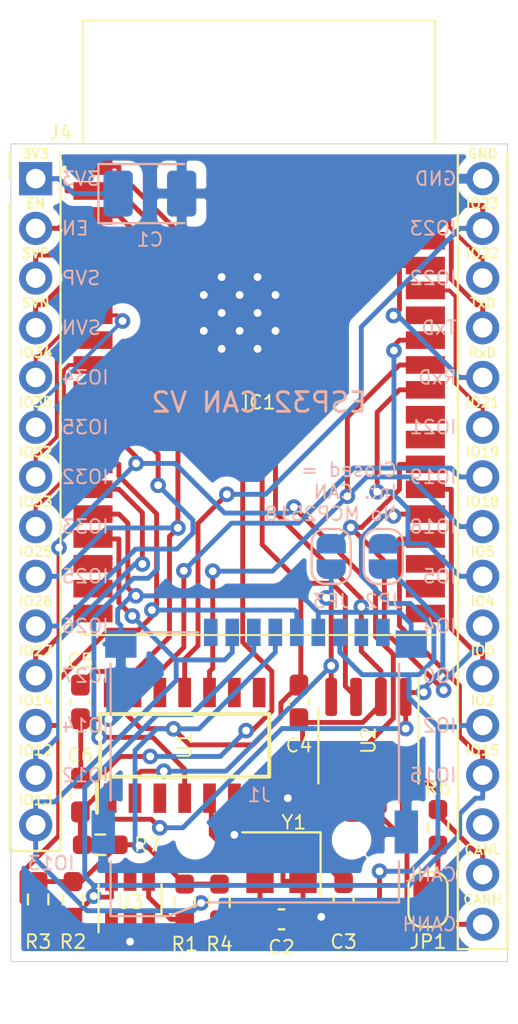
<source format=kicad_pcb>
(kicad_pcb (version 20171130) (host pcbnew "(5.1.10)-1")

  (general
    (thickness 1.6)
    (drawings 6)
    (tracks 555)
    (zones 0)
    (modules 22)
    (nets 53)
  )

  (page A4)
  (layers
    (0 F.Cu signal)
    (31 B.Cu signal)
    (32 B.Adhes user)
    (33 F.Adhes user)
    (34 B.Paste user)
    (35 F.Paste user)
    (36 B.SilkS user)
    (37 F.SilkS user)
    (38 B.Mask user)
    (39 F.Mask user)
    (40 Dwgs.User user)
    (41 Cmts.User user)
    (42 Eco1.User user)
    (43 Eco2.User user)
    (44 Edge.Cuts user)
    (45 Margin user)
    (46 B.CrtYd user)
    (47 F.CrtYd user)
    (48 B.Fab user)
    (49 F.Fab user)
  )

  (setup
    (last_trace_width 0.25)
    (trace_clearance 0.2)
    (zone_clearance 0.508)
    (zone_45_only no)
    (trace_min 0.2)
    (via_size 0.8)
    (via_drill 0.4)
    (via_min_size 0.4)
    (via_min_drill 0.3)
    (uvia_size 0.3)
    (uvia_drill 0.1)
    (uvias_allowed no)
    (uvia_min_size 0.2)
    (uvia_min_drill 0.1)
    (edge_width 0.05)
    (segment_width 0.2)
    (pcb_text_width 0.3)
    (pcb_text_size 1.5 1.5)
    (mod_edge_width 0.12)
    (mod_text_size 1 1)
    (mod_text_width 0.15)
    (pad_size 1.524 1.524)
    (pad_drill 0.762)
    (pad_to_mask_clearance 0)
    (aux_axis_origin 0 0)
    (visible_elements 7FFFFFFF)
    (pcbplotparams
      (layerselection 0x010fc_ffffffff)
      (usegerberextensions true)
      (usegerberattributes false)
      (usegerberadvancedattributes false)
      (creategerberjobfile false)
      (excludeedgelayer true)
      (linewidth 0.100000)
      (plotframeref false)
      (viasonmask false)
      (mode 1)
      (useauxorigin false)
      (hpglpennumber 1)
      (hpglpenspeed 20)
      (hpglpendiameter 15.000000)
      (psnegative false)
      (psa4output false)
      (plotreference true)
      (plotvalue false)
      (plotinvisibletext false)
      (padsonsilk false)
      (subtractmaskfromsilk true)
      (outputformat 1)
      (mirror false)
      (drillshape 0)
      (scaleselection 1)
      (outputdirectory "gerber/"))
  )

  (net 0 "")
  (net 1 "Net-(IC1-Pad4)")
  (net 2 "Net-(IC1-Pad5)")
  (net 3 "Net-(IC1-Pad6)")
  (net 4 "Net-(IC1-Pad7)")
  (net 5 "Net-(IC1-Pad8)")
  (net 6 "Net-(IC1-Pad9)")
  (net 7 "Net-(IC1-Pad14)")
  (net 8 "Net-(IC1-Pad17)")
  (net 9 "Net-(IC1-Pad18)")
  (net 10 "Net-(IC1-Pad19)")
  (net 11 "Net-(IC1-Pad20)")
  (net 12 "Net-(IC1-Pad21)")
  (net 13 "Net-(IC1-Pad22)")
  (net 14 "Net-(IC1-Pad27)")
  (net 15 "Net-(IC1-Pad28)")
  (net 16 "Net-(IC1-Pad32)")
  (net 17 "Net-(IC1-Pad33)")
  (net 18 "Net-(IC1-Pad36)")
  (net 19 "Net-(J1-Pad10)")
  (net 20 "Net-(J1-Pad1)")
  (net 21 "Net-(J1-Pad8)")
  (net 22 +3V3)
  (net 23 GND)
  (net 24 "Net-(C2-Pad2)")
  (net 25 "Net-(C3-Pad1)")
  (net 26 SD_CLK)
  (net 27 SD_DAT0)
  (net 28 SD_CMD)
  (net 29 SD_DAT3)
  (net 30 MCP_CS)
  (net 31 MCP_INT)
  (net 32 MCP_CLK)
  (net 33 MCP_MISO)
  (net 34 MCP_MOSI)
  (net 35 CANH)
  (net 36 "Net-(JP1-Pad2)")
  (net 37 CANL)
  (net 38 "Net-(U1-Pad3)")
  (net 39 "Net-(U1-Pad8)")
  (net 40 "Net-(U1-Pad9)")
  (net 41 "Net-(U2-Pad5)")
  (net 42 EN)
  (net 43 IO0)
  (net 44 RXD)
  (net 45 TXD)
  (net 46 "Net-(J4-Pad17)")
  (net 47 "Net-(U3-Pad5)")
  (net 48 IO4)
  (net 49 IO5)
  (net 50 TXCAN)
  (net 51 RXCAN)
  (net 52 SN65_RS)

  (net_class Default "This is the default net class."
    (clearance 0.2)
    (trace_width 0.25)
    (via_dia 0.8)
    (via_drill 0.4)
    (uvia_dia 0.3)
    (uvia_drill 0.1)
    (add_net +3V3)
    (add_net CANH)
    (add_net CANL)
    (add_net EN)
    (add_net GND)
    (add_net IO0)
    (add_net IO4)
    (add_net IO5)
    (add_net MCP_CLK)
    (add_net MCP_CS)
    (add_net MCP_INT)
    (add_net MCP_MISO)
    (add_net MCP_MOSI)
    (add_net "Net-(C2-Pad2)")
    (add_net "Net-(C3-Pad1)")
    (add_net "Net-(IC1-Pad14)")
    (add_net "Net-(IC1-Pad17)")
    (add_net "Net-(IC1-Pad18)")
    (add_net "Net-(IC1-Pad19)")
    (add_net "Net-(IC1-Pad20)")
    (add_net "Net-(IC1-Pad21)")
    (add_net "Net-(IC1-Pad22)")
    (add_net "Net-(IC1-Pad27)")
    (add_net "Net-(IC1-Pad28)")
    (add_net "Net-(IC1-Pad32)")
    (add_net "Net-(IC1-Pad4)")
    (add_net "Net-(IC1-Pad5)")
    (add_net "Net-(J1-Pad1)")
    (add_net "Net-(J1-Pad10)")
    (add_net "Net-(J1-Pad8)")
    (add_net "Net-(J4-Pad17)")
    (add_net "Net-(JP1-Pad2)")
    (add_net "Net-(U1-Pad3)")
    (add_net "Net-(U1-Pad8)")
    (add_net "Net-(U1-Pad9)")
    (add_net "Net-(U2-Pad5)")
    (add_net "Net-(U3-Pad5)")
    (add_net RXCAN)
    (add_net RXD)
    (add_net SD_CLK)
    (add_net SD_CMD)
    (add_net SD_DAT0)
    (add_net SD_DAT3)
    (add_net SN65_RS)
    (add_net TXCAN)
    (add_net TXD)
  )

  (net_class Dünn ""
    (clearance 0.1)
    (trace_width 0.2)
    (via_dia 0.8)
    (via_drill 0.4)
    (uvia_dia 0.3)
    (uvia_drill 0.1)
    (add_net "Net-(IC1-Pad33)")
    (add_net "Net-(IC1-Pad36)")
    (add_net "Net-(IC1-Pad6)")
    (add_net "Net-(IC1-Pad7)")
    (add_net "Net-(IC1-Pad8)")
    (add_net "Net-(IC1-Pad9)")
  )

  (module sdcard:SD_CTF-11081-P (layer B.Cu) (tedit 60FA7E66) (tstamp 60FABE7F)
    (at 97.565 99.822 180)
    (descr "SD card connector, top mount, SMT (http://www.te.com/commerce/DocumentDelivery/DDEController?Action=showdoc&DocId=Customer+Drawing%7F2041021%7FB%7Fpdf%7FEnglish%7FENG_CD_2041021_B_C_2041021_B.pdf%7F2041021-4)")
    (tags "sd card")
    (path /60EC0178/60ECAE52)
    (attr smd)
    (fp_text reference J1 (at -0.225 2.286) (layer B.SilkS)
      (effects (font (size 0.7 0.7) (thickness 0.1)) (justify mirror))
    )
    (fp_text value Micro_SD_Card_Det (at 0 6) (layer B.Fab)
      (effects (font (size 0.7 0.7) (thickness 0.1)) (justify mirror))
    )
    (fp_line (start 7.375 -1.1) (end 7.375 -3.9) (layer B.SilkS) (width 0.12))
    (fp_line (start -7.375 -3.2) (end -7.375 -1.1) (layer B.SilkS) (width 0.12))
    (fp_line (start -7.375 1.9) (end -7.375 9) (layer B.SilkS) (width 0.12))
    (fp_line (start 2.6 -3.2) (end -7.375 -3.2) (layer B.SilkS) (width 0.12))
    (fp_line (start 4.4 -3.9) (end 2.6 -3.2) (layer B.SilkS) (width 0.12))
    (fp_line (start 7.375 -3.9) (end 4.375 -3.9) (layer B.SilkS) (width 0.12))
    (fp_line (start 7.375 9) (end 7.375 2) (layer B.SilkS) (width 0.12))
    (fp_line (start 2.9 10.6) (end 5.8 10.6) (layer B.SilkS) (width 0.12))
    (fp_line (start -6.8 -3.9) (end 6.7 -3.9) (layer Dwgs.User) (width 0.05))
    (fp_line (start -7.375 -3.9) (end -6.8 -3.9) (layer B.CrtYd) (width 0.05))
    (fp_line (start -6.4 -5.1) (end 6.3 -5.1) (layer Dwgs.User) (width 0.05))
    (fp_line (start -6.4 -6.1) (end 6.3 -6.1) (layer Dwgs.User) (width 0.05))
    (fp_line (start 6.7 -9) (end 6.7 -3.9) (layer B.CrtYd) (width 0.05))
    (fp_line (start -6.4 -9.4) (end 6.3 -9.4) (layer B.CrtYd) (width 0.05))
    (fp_line (start -6.8 -3.9) (end -6.8 -9) (layer B.CrtYd) (width 0.05))
    (fp_line (start -7.375 9.9) (end 7.375 9.9) (layer B.CrtYd) (width 0.05))
    (fp_line (start -7.375 9.9) (end -7.375 -3.9) (layer B.CrtYd) (width 0.05))
    (fp_line (start 7.375 9.9) (end 7.375 -3.9) (layer B.CrtYd) (width 0.05))
    (fp_line (start 6.7 -3.9) (end 7.375 -3.9) (layer B.CrtYd) (width 0.05))
    (fp_arc (start 6.3 -9) (end 6.3 -9.4) (angle 90) (layer B.CrtYd) (width 0.05))
    (fp_arc (start 6.3 -5.7) (end 6.3 -6.1) (angle 90) (layer Dwgs.User) (width 0.05))
    (fp_arc (start -6.4 -9) (end -6.8 -9) (angle 90) (layer B.CrtYd) (width 0.05))
    (fp_arc (start -6.4 -5.7) (end -6.8 -5.7) (angle 90) (layer Dwgs.User) (width 0.05))
    (fp_arc (start -6.4 -4.7) (end -6.8 -4.7) (angle 90) (layer Dwgs.User) (width 0.05))
    (fp_arc (start 6.3 -4.7) (end 6.3 -5.1) (angle 90) (layer Dwgs.User) (width 0.05))
    (fp_text user %R (at 0 8 180) (layer B.Fab)
      (effects (font (size 0.7 0.7) (thickness 0.1)) (justify mirror))
    )
    (pad 11 smd rect (at -8 10 180) (size 1.6 1.4) (layers B.Cu B.Paste B.Mask)
      (net 23 GND))
    (pad 11 smd rect (at -7.75 0.4 180) (size 1.2 2.2) (layers B.Cu B.Paste B.Mask)
      (net 23 GND))
    (pad 11 smd rect (at 7.75 0.4 180) (size 1.2 2.2) (layers B.Cu B.Paste B.Mask)
      (net 23 GND))
    (pad 11 smd rect (at 6.85 10 180) (size 1.6 1.4) (layers B.Cu B.Paste B.Mask)
      (net 23 GND))
    (pad "" np_thru_hole circle (at -4.95 0 180) (size 1 1) (drill 1) (layers *.Cu *.Mask))
    (pad "" np_thru_hole circle (at 3.05 0 180) (size 1 1) (drill 1) (layers *.Cu *.Mask))
    (pad 10 smd rect (at -6.55 10.6 180) (size 0.7 1.4) (layers B.Cu B.Paste B.Mask)
      (net 19 "Net-(J1-Pad10)"))
    (pad 8 smd rect (at -5.45 10.6 180) (size 0.7 1.4) (layers B.Cu B.Paste B.Mask)
      (net 21 "Net-(J1-Pad8)"))
    (pad 7 smd rect (at -4.35 10.6 180) (size 0.7 1.4) (layers B.Cu B.Paste B.Mask)
      (net 27 SD_DAT0))
    (pad 6 smd rect (at -3.25 10.6 180) (size 0.7 1.4) (layers B.Cu B.Paste B.Mask)
      (net 23 GND))
    (pad 5 smd rect (at -2.15 10.6 180) (size 0.7 1.4) (layers B.Cu B.Paste B.Mask)
      (net 26 SD_CLK))
    (pad 4 smd rect (at -1.05 10.6 180) (size 0.7 1.4) (layers B.Cu B.Paste B.Mask)
      (net 22 +3V3))
    (pad 3 smd rect (at 0.05 10.6 180) (size 0.7 1.4) (layers B.Cu B.Paste B.Mask)
      (net 28 SD_CMD))
    (pad 2 smd rect (at 1.15 10.6 180) (size 0.7 1.4) (layers B.Cu B.Paste B.Mask)
      (net 29 SD_DAT3))
    (pad 1 smd rect (at 2.25 10.6 180) (size 0.7 1.4) (layers B.Cu B.Paste B.Mask)
      (net 20 "Net-(J1-Pad1)"))
    (model ${KISYS3DMOD}/Connector_Card.3dshapes/SD_TE_2041021.wrl
      (at (xyz 0 0 0))
      (scale (xyz 1 1 1))
      (rotate (xyz 0 0 0))
    )
  )

  (module esp32bus:PinHeader (layer F.Cu) (tedit 60F6F649) (tstamp 60FAD123)
    (at 86.36 66.04)
    (descr "Through hole straight pin header, 2x14, 2.54mm pitch, double rows")
    (tags "Through hole pin header THT 2x14 2.54mm double row")
    (path /60F66136)
    (fp_text reference J4 (at 1.27 -2.33) (layer F.SilkS)
      (effects (font (size 0.7 0.7) (thickness 0.1)))
    )
    (fp_text value Bus_Connector (at -0.508 22.606 90) (layer F.Fab)
      (effects (font (size 0.7 0.7) (thickness 0.1)))
    )
    (fp_line (start 1.27 -1.8) (end -1.8 -1.8) (layer F.CrtYd) (width 0.05))
    (fp_line (start 1.27 34.8) (end 1.27 -1.8) (layer F.CrtYd) (width 0.05))
    (fp_line (start -1.8 34.8) (end 1.27 34.8) (layer F.CrtYd) (width 0.05))
    (fp_line (start -1.8 -1.8) (end -1.8 34.8) (layer F.CrtYd) (width 0.05))
    (fp_line (start -1.33 0) (end -1.33 -1.33) (layer F.SilkS) (width 0.12))
    (fp_line (start 1.27 1.27) (end 1.27 -1.33) (layer F.SilkS) (width 0.12))
    (fp_line (start 1.27 -1.33) (end 1.27 34.35) (layer F.SilkS) (width 0.12))
    (fp_line (start -1.33 1.27) (end -1.33 34.35) (layer F.SilkS) (width 0.12))
    (fp_line (start -1.33 34.35) (end 1.27 34.35) (layer F.SilkS) (width 0.12))
    (fp_line (start -1.27 0) (end 0 -1.27) (layer F.Fab) (width 0.1))
    (fp_line (start -1.27 34.29) (end -1.27 0) (layer F.Fab) (width 0.1))
    (fp_line (start 1.27 34.29) (end -1.27 34.29) (layer F.Fab) (width 0.1))
    (fp_line (start 24.13 -1.27) (end 24.13 39.37) (layer F.Fab) (width 0.1))
    (fp_line (start 1.27 -1.27) (end 1.27 34.29) (layer F.Fab) (width 0.1))
    (fp_line (start 21.59 39.37) (end 21.59 -1.27) (layer F.Fab) (width 0.1))
    (fp_line (start 24.13 39.37) (end 21.59 39.37) (layer F.Fab) (width 0.1))
    (fp_line (start 21.59 39.37) (end 24.13 39.37) (layer F.SilkS) (width 0.12))
    (fp_line (start 21.59 -1.27) (end 21.59 39.37) (layer F.SilkS) (width 0.12))
    (fp_line (start 24.13 -1.27) (end 24.13 39.37) (layer F.SilkS) (width 0.12))
    (fp_line (start 24.66 -1.8) (end 21.59 -1.8) (layer F.CrtYd) (width 0.05))
    (fp_line (start 24.66 -1.8) (end 24.66 40.005) (layer F.CrtYd) (width 0.05))
    (fp_line (start 21.59 40.005) (end 24.66 40.005) (layer F.CrtYd) (width 0.05))
    (fp_line (start 21.59 -1.8) (end 21.59 40.005) (layer F.CrtYd) (width 0.05))
    (fp_text user %R (at 0 16.51 90) (layer F.Fab)
      (effects (font (size 0.7 0.7) (thickness 0.1)))
    )
    (fp_text user 3V3 (at 0 -1.27) (layer F.SilkS)
      (effects (font (size 0.5 0.5) (thickness 0.1)))
    )
    (fp_text user EN (at 0 1.27) (layer F.SilkS)
      (effects (font (size 0.5 0.5) (thickness 0.1)))
    )
    (fp_text user SVP (at 0 3.81) (layer F.SilkS)
      (effects (font (size 0.5 0.5) (thickness 0.1)))
    )
    (fp_text user SVN (at 0 6.35) (layer F.SilkS)
      (effects (font (size 0.5 0.5) (thickness 0.1)))
    )
    (fp_text user IO34 (at 0 8.89) (layer F.SilkS)
      (effects (font (size 0.5 0.5) (thickness 0.1)))
    )
    (fp_text user IO35 (at 0 11.43) (layer F.SilkS)
      (effects (font (size 0.5 0.5) (thickness 0.1)))
    )
    (fp_text user IO32 (at 0 13.97) (layer F.SilkS)
      (effects (font (size 0.5 0.5) (thickness 0.1)))
    )
    (fp_text user IO33 (at 0 16.51) (layer F.SilkS)
      (effects (font (size 0.5 0.5) (thickness 0.1)))
    )
    (fp_text user IO25 (at 0 19.05) (layer F.SilkS)
      (effects (font (size 0.5 0.5) (thickness 0.1)))
    )
    (fp_text user IO26 (at 0 21.59) (layer F.SilkS)
      (effects (font (size 0.5 0.5) (thickness 0.1)))
    )
    (fp_text user IO27 (at 0 24.13) (layer F.SilkS)
      (effects (font (size 0.5 0.5) (thickness 0.1)))
    )
    (fp_text user IO14 (at 0 26.67) (layer F.SilkS)
      (effects (font (size 0.5 0.5) (thickness 0.1)))
    )
    (fp_text user IO12 (at 0 29.21) (layer F.SilkS)
      (effects (font (size 0.5 0.5) (thickness 0.1)))
    )
    (fp_text user IO13 (at 0 31.75) (layer F.SilkS)
      (effects (font (size 0.5 0.5) (thickness 0.1)))
    )
    (fp_text user GND (at 22.86 -1.27) (layer F.SilkS)
      (effects (font (size 0.5 0.5) (thickness 0.1)))
    )
    (fp_text user IO23 (at 22.86 1.27) (layer F.SilkS)
      (effects (font (size 0.5 0.5) (thickness 0.1)))
    )
    (fp_text user IO22 (at 22.86 3.81) (layer F.SilkS)
      (effects (font (size 0.5 0.5) (thickness 0.1)))
    )
    (fp_text user TxD (at 22.86 6.35) (layer F.SilkS)
      (effects (font (size 0.5 0.5) (thickness 0.1)))
    )
    (fp_text user RxD (at 22.86 8.89) (layer F.SilkS)
      (effects (font (size 0.5 0.5) (thickness 0.1)))
    )
    (fp_text user IO21 (at 22.86 11.43) (layer F.SilkS)
      (effects (font (size 0.5 0.5) (thickness 0.1)))
    )
    (fp_text user IO19 (at 22.86 13.97) (layer F.SilkS)
      (effects (font (size 0.5 0.5) (thickness 0.1)))
    )
    (fp_text user IO18 (at 22.86 16.51) (layer F.SilkS)
      (effects (font (size 0.5 0.5) (thickness 0.1)))
    )
    (fp_text user IO5 (at 22.86 19.05) (layer F.SilkS)
      (effects (font (size 0.5 0.5) (thickness 0.1)))
    )
    (fp_text user IO4 (at 22.86 21.59) (layer F.SilkS)
      (effects (font (size 0.5 0.5) (thickness 0.1)))
    )
    (fp_text user IO0 (at 22.86 24.13) (layer F.SilkS)
      (effects (font (size 0.5 0.5) (thickness 0.1)))
    )
    (fp_text user IO2 (at 22.86 26.67) (layer F.SilkS)
      (effects (font (size 0.5 0.5) (thickness 0.1)))
    )
    (fp_text user IO15 (at 22.86 29.21) (layer F.SilkS)
      (effects (font (size 0.5 0.5) (thickness 0.1)))
    )
    (fp_text user CANL (at 22.86 34.29) (layer F.SilkS)
      (effects (font (size 0.5 0.5) (thickness 0.1)))
    )
    (fp_text user CANH (at 22.86 36.83) (layer F.SilkS)
      (effects (font (size 0.5 0.5) (thickness 0.1)))
    )
    (fp_text user IO35 (at 1.27 12.7) (layer B.SilkS)
      (effects (font (size 0.7 0.7) (thickness 0.1)) (justify right mirror))
    )
    (fp_text user IO14 (at 1.27 27.94) (layer B.SilkS)
      (effects (font (size 0.7 0.7) (thickness 0.1)) (justify right mirror))
    )
    (fp_text user EN (at 1.27 2.54) (layer B.SilkS)
      (effects (font (size 0.7 0.7) (thickness 0.1)) (justify right mirror))
    )
    (fp_text user IO26 (at 1.27 22.86) (layer B.SilkS)
      (effects (font (size 0.7 0.7) (thickness 0.1)) (justify right mirror))
    )
    (fp_text user IO32 (at 1.27 15.24) (layer B.SilkS)
      (effects (font (size 0.7 0.7) (thickness 0.1)) (justify right mirror))
    )
    (fp_text user SVP (at 1.27 5.08) (layer B.SilkS)
      (effects (font (size 0.7 0.7) (thickness 0.1)) (justify right mirror))
    )
    (fp_text user %R (at 22.86 16.764 90) (layer F.Fab)
      (effects (font (size 0.7 0.7) (thickness 0.1)))
    )
    (fp_text user IO33 (at 1.27 17.78) (layer B.SilkS)
      (effects (font (size 0.7 0.7) (thickness 0.1)) (justify right mirror))
    )
    (fp_text user IO27 (at 1.27 25.4) (layer B.SilkS)
      (effects (font (size 0.7 0.7) (thickness 0.1)) (justify right mirror))
    )
    (fp_text user IO25 (at 1.27 20.32) (layer B.SilkS)
      (effects (font (size 0.7 0.7) (thickness 0.1)) (justify right mirror))
    )
    (fp_text user IO13 (at -0.47498 34.97834) (layer B.SilkS)
      (effects (font (size 0.7 0.7) (thickness 0.1)) (justify right mirror))
    )
    (fp_text user IO34 (at 1.27 10.16) (layer B.SilkS)
      (effects (font (size 0.7 0.7) (thickness 0.1)) (justify right mirror))
    )
    (fp_text user SVN (at 1.27 7.62) (layer B.SilkS)
      (effects (font (size 0.7 0.7) (thickness 0.1)) (justify right mirror))
    )
    (fp_text user IO12 (at 1.27 30.48) (layer B.SilkS)
      (effects (font (size 0.7 0.7) (thickness 0.1)) (justify right mirror))
    )
    (fp_text user 3V3 (at 1.27 0) (layer B.SilkS)
      (effects (font (size 0.7 0.7) (thickness 0.1)) (justify right mirror))
    )
    (fp_text user GND (at 21.59 0) (layer B.SilkS)
      (effects (font (size 0.7 0.7) (thickness 0.1)) (justify left mirror))
    )
    (fp_text user IO21 (at 21.59 12.7) (layer B.SilkS)
      (effects (font (size 0.7 0.7) (thickness 0.1)) (justify left mirror))
    )
    (fp_text user TxD (at 21.59 7.62) (layer B.SilkS)
      (effects (font (size 0.7 0.7) (thickness 0.1)) (justify left mirror))
    )
    (fp_text user IO23 (at 21.59 2.54) (layer B.SilkS)
      (effects (font (size 0.7 0.7) (thickness 0.1)) (justify left mirror))
    )
    (fp_text user IO22 (at 21.59 5.08) (layer B.SilkS)
      (effects (font (size 0.7 0.7) (thickness 0.1)) (justify left mirror))
    )
    (fp_text user RxD (at 21.59 10.16) (layer B.SilkS)
      (effects (font (size 0.7 0.7) (thickness 0.1)) (justify left mirror))
    )
    (fp_text user IO18 (at 21.59 17.78) (layer B.SilkS)
      (effects (font (size 0.7 0.7) (thickness 0.1)) (justify left mirror))
    )
    (fp_text user IO19 (at 21.59 15.24) (layer B.SilkS)
      (effects (font (size 0.7 0.7) (thickness 0.1)) (justify left mirror))
    )
    (fp_text user IO5 (at 21.59 20.32) (layer B.SilkS)
      (effects (font (size 0.7 0.7) (thickness 0.1)) (justify left mirror))
    )
    (fp_text user IO15 (at 21.59 30.48) (layer B.SilkS)
      (effects (font (size 0.7 0.7) (thickness 0.1)) (justify left mirror))
    )
    (fp_text user IO2 (at 21.59 27.94) (layer B.SilkS)
      (effects (font (size 0.7 0.7) (thickness 0.1)) (justify left mirror))
    )
    (fp_text user CANH (at 21.59 38.1) (layer B.SilkS)
      (effects (font (size 0.7 0.7) (thickness 0.1)) (justify left mirror))
    )
    (fp_text user IO0 (at 21.59 25.4) (layer B.SilkS)
      (effects (font (size 0.7 0.7) (thickness 0.1)) (justify left mirror))
    )
    (fp_text user CANL (at 21.59 35.56) (layer B.SilkS)
      (effects (font (size 0.7 0.7) (thickness 0.1)) (justify left mirror))
    )
    (fp_text user IO4 (at 21.59 22.86) (layer B.SilkS)
      (effects (font (size 0.7 0.7) (thickness 0.1)) (justify left mirror))
    )
    (pad 1 thru_hole rect (at 0 0) (size 1.7 1.7) (drill 1) (layers *.Cu *.Mask)
      (net 22 +3V3))
    (pad 2 thru_hole oval (at 0 2.54) (size 1.7 1.7) (drill 1) (layers *.Cu *.Mask)
      (net 42 EN))
    (pad 3 thru_hole oval (at 0 5.08) (size 1.7 1.7) (drill 1) (layers *.Cu *.Mask)
      (net 1 "Net-(IC1-Pad4)"))
    (pad 4 thru_hole oval (at 0 7.62) (size 1.7 1.7) (drill 1) (layers *.Cu *.Mask)
      (net 2 "Net-(IC1-Pad5)"))
    (pad 5 thru_hole oval (at 0 10.16) (size 1.7 1.7) (drill 1) (layers *.Cu *.Mask)
      (net 3 "Net-(IC1-Pad6)"))
    (pad 6 thru_hole oval (at 0 12.7) (size 1.7 1.7) (drill 1) (layers *.Cu *.Mask)
      (net 4 "Net-(IC1-Pad7)"))
    (pad 7 thru_hole oval (at 0 15.24) (size 1.7 1.7) (drill 1) (layers *.Cu *.Mask)
      (net 5 "Net-(IC1-Pad8)"))
    (pad 8 thru_hole oval (at 0 17.78) (size 1.7 1.7) (drill 1) (layers *.Cu *.Mask)
      (net 6 "Net-(IC1-Pad9)"))
    (pad 9 thru_hole oval (at 0 20.32) (size 1.7 1.7) (drill 1) (layers *.Cu *.Mask)
      (net 30 MCP_CS))
    (pad 10 thru_hole oval (at 0 22.86) (size 1.7 1.7) (drill 1) (layers *.Cu *.Mask)
      (net 31 MCP_INT))
    (pad 11 thru_hole oval (at 0 25.4) (size 1.7 1.7) (drill 1) (layers *.Cu *.Mask)
      (net 52 SN65_RS))
    (pad 12 thru_hole oval (at 0 27.94) (size 1.7 1.7) (drill 1) (layers *.Cu *.Mask)
      (net 26 SD_CLK))
    (pad 13 thru_hole oval (at 0 30.48) (size 1.7 1.7) (drill 1) (layers *.Cu *.Mask)
      (net 7 "Net-(IC1-Pad14)"))
    (pad 14 thru_hole oval (at 0 33.02) (size 1.7 1.7) (drill 1) (layers *.Cu *.Mask)
      (net 29 SD_DAT3))
    (pad 15 thru_hole oval (at 22.86 38.1) (size 1.7 1.7) (drill 1) (layers *.Cu *.Mask)
      (net 35 CANH))
    (pad 16 thru_hole oval (at 22.86 35.56) (size 1.7 1.7) (drill 1) (layers *.Cu *.Mask)
      (net 37 CANL))
    (pad 17 thru_hole oval (at 22.86 33.02) (size 1.7 1.7) (drill 1) (layers *.Cu *.Mask)
      (net 46 "Net-(J4-Pad17)"))
    (pad 18 thru_hole oval (at 22.86 30.48) (size 1.7 1.7) (drill 1) (layers *.Cu *.Mask)
      (net 28 SD_CMD))
    (pad 19 thru_hole oval (at 22.86 27.94) (size 1.7 1.7) (drill 1) (layers *.Cu *.Mask)
      (net 27 SD_DAT0))
    (pad 20 thru_hole oval (at 22.86 25.4) (size 1.7 1.7) (drill 1) (layers *.Cu *.Mask)
      (net 43 IO0))
    (pad 21 thru_hole oval (at 22.86 22.86) (size 1.7 1.7) (drill 1) (layers *.Cu *.Mask)
      (net 48 IO4))
    (pad 22 thru_hole oval (at 22.86 20.32) (size 1.7 1.7) (drill 1) (layers *.Cu *.Mask)
      (net 49 IO5))
    (pad 23 thru_hole oval (at 22.86 17.78) (size 1.7 1.7) (drill 1) (layers *.Cu *.Mask)
      (net 32 MCP_CLK))
    (pad 24 thru_hole oval (at 22.86 15.24) (size 1.7 1.7) (drill 1) (layers *.Cu *.Mask)
      (net 33 MCP_MISO))
    (pad 25 thru_hole oval (at 22.86 12.7) (size 1.7 1.7) (drill 1) (layers *.Cu *.Mask)
      (net 17 "Net-(IC1-Pad33)"))
    (pad 26 thru_hole oval (at 22.86 10.16) (size 1.7 1.7) (drill 1) (layers *.Cu *.Mask)
      (net 44 RXD))
    (pad 27 thru_hole oval (at 22.86 7.62) (size 1.7 1.7) (drill 1) (layers *.Cu *.Mask)
      (net 45 TXD))
    (pad 28 thru_hole oval (at 22.86 5.08) (size 1.7 1.7) (drill 1) (layers *.Cu *.Mask)
      (net 18 "Net-(IC1-Pad36)"))
    (pad 29 thru_hole oval (at 22.86 2.54) (size 1.7 1.7) (drill 1) (layers *.Cu *.Mask)
      (net 34 MCP_MOSI))
    (pad 30 thru_hole oval (at 22.86 0) (size 1.7 1.7) (drill 1) (layers *.Cu *.Mask)
      (net 23 GND))
    (model ${KISYS3DMOD}/Connector_PinHeader_2.54mm.3dshapes/PinHeader_1x14_P2.54mm_Vertical.wrl
      (at (xyz 0 0 0))
      (scale (xyz 1 1 1))
      (rotate (xyz 0 0 0))
    )
  )

  (module Package_SO:SOIC-8_3.9x4.9mm_P1.27mm (layer F.Cu) (tedit 5D9F72B1) (tstamp 60F70B12)
    (at 103.378 94.996 270)
    (descr "SOIC, 8 Pin (JEDEC MS-012AA, https://www.analog.com/media/en/package-pcb-resources/package/pkg_pdf/soic_narrow-r/r_8.pdf), generated with kicad-footprint-generator ipc_gullwing_generator.py")
    (tags "SOIC SO")
    (path /60EA716F/60EBEE65)
    (attr smd)
    (fp_text reference U2 (at -0.254 0 90) (layer F.SilkS)
      (effects (font (size 0.7 0.7) (thickness 0.1)))
    )
    (fp_text value SN65HVD231 (at -2.413 -0.889 180) (layer F.Fab)
      (effects (font (size 0.7 0.7) (thickness 0.1)))
    )
    (fp_line (start 3.7 -2.7) (end -3.7 -2.7) (layer F.CrtYd) (width 0.05))
    (fp_line (start 3.7 2.7) (end 3.7 -2.7) (layer F.CrtYd) (width 0.05))
    (fp_line (start -3.7 2.7) (end 3.7 2.7) (layer F.CrtYd) (width 0.05))
    (fp_line (start -3.7 -2.7) (end -3.7 2.7) (layer F.CrtYd) (width 0.05))
    (fp_line (start -1.95 -1.475) (end -0.975 -2.45) (layer F.Fab) (width 0.1))
    (fp_line (start -1.95 2.45) (end -1.95 -1.475) (layer F.Fab) (width 0.1))
    (fp_line (start 1.95 2.45) (end -1.95 2.45) (layer F.Fab) (width 0.1))
    (fp_line (start 1.95 -2.45) (end 1.95 2.45) (layer F.Fab) (width 0.1))
    (fp_line (start -0.975 -2.45) (end 1.95 -2.45) (layer F.Fab) (width 0.1))
    (fp_line (start 0 -2.56) (end -3.45 -2.56) (layer F.SilkS) (width 0.12))
    (fp_line (start 0 -2.56) (end 1.95 -2.56) (layer F.SilkS) (width 0.12))
    (fp_line (start 0 2.56) (end -1.95 2.56) (layer F.SilkS) (width 0.12))
    (fp_line (start 0 2.56) (end 1.95 2.56) (layer F.SilkS) (width 0.12))
    (pad 1 smd roundrect (at -2.475 -1.905 270) (size 1.95 0.6) (layers F.Cu F.Paste F.Mask) (roundrect_rratio 0.25)
      (net 50 TXCAN))
    (pad 2 smd roundrect (at -2.475 -0.635 270) (size 1.95 0.6) (layers F.Cu F.Paste F.Mask) (roundrect_rratio 0.25)
      (net 23 GND))
    (pad 3 smd roundrect (at -2.475 0.635 270) (size 1.95 0.6) (layers F.Cu F.Paste F.Mask) (roundrect_rratio 0.25)
      (net 22 +3V3))
    (pad 4 smd roundrect (at -2.475 1.905 270) (size 1.95 0.6) (layers F.Cu F.Paste F.Mask) (roundrect_rratio 0.25)
      (net 51 RXCAN))
    (pad 5 smd roundrect (at 2.475 1.905 270) (size 1.95 0.6) (layers F.Cu F.Paste F.Mask) (roundrect_rratio 0.25)
      (net 41 "Net-(U2-Pad5)"))
    (pad 6 smd roundrect (at 2.475 0.635 270) (size 1.95 0.6) (layers F.Cu F.Paste F.Mask) (roundrect_rratio 0.25)
      (net 37 CANL))
    (pad 7 smd roundrect (at 2.475 -0.635 270) (size 1.95 0.6) (layers F.Cu F.Paste F.Mask) (roundrect_rratio 0.25)
      (net 35 CANH))
    (pad 8 smd roundrect (at 2.475 -1.905 270) (size 1.95 0.6) (layers F.Cu F.Paste F.Mask) (roundrect_rratio 0.25)
      (net 52 SN65_RS))
    (model ${KISYS3DMOD}/Package_SO.3dshapes/SOIC-8_3.9x4.9mm_P1.27mm.wrl
      (at (xyz 0 0 0))
      (scale (xyz 1 1 1))
      (rotate (xyz 0 0 0))
    )
  )

  (module esp32:ESP32WROVER (layer F.Cu) (tedit 60E89974) (tstamp 60E9073D)
    (at 97.79 73.66)
    (descr "ESP32-WROVER-E(M213EH6464PH3Q0)-1")
    (tags "Integrated Circuit")
    (path /60D1CBFF)
    (attr smd)
    (fp_text reference IC1 (at 0 3.81) (layer F.SilkS)
      (effects (font (size 0.7 0.7) (thickness 0.1)))
    )
    (fp_text value ESP32-WROVER-E_M213EH6464PH3Q0_ (at -2.286 0 90) (layer F.Fab) hide
      (effects (font (size 0.7 0.7) (thickness 0.1)))
    )
    (fp_line (start -9.9 -8.2) (end -9.9 -8.2) (layer F.SilkS) (width 0.1))
    (fp_line (start -10 -8.2) (end -10 -8.2) (layer F.SilkS) (width 0.1))
    (fp_line (start 9 -15.7) (end 9 -9.5) (layer F.SilkS) (width 0.1))
    (fp_line (start -9 -15.7) (end 9 -15.7) (layer F.SilkS) (width 0.1))
    (fp_line (start -9 -9.5) (end -9 -15.7) (layer F.SilkS) (width 0.1))
    (fp_line (start -9 15.7) (end 9 15.7) (layer F.SilkS) (width 0.1))
    (fp_line (start -9.6 16.7) (end -9.6 -16.7) (layer F.CrtYd) (width 0.1))
    (fp_line (start 9.6 16.7) (end -9.6 16.7) (layer F.CrtYd) (width 0.1))
    (fp_line (start 9.6 -16.7) (end 9.6 16.7) (layer F.CrtYd) (width 0.1))
    (fp_line (start -9.6 -16.7) (end 9.6 -16.7) (layer F.CrtYd) (width 0.1))
    (fp_line (start -9 15.7) (end -9 -15.7) (layer F.Fab) (width 0.2))
    (fp_line (start 9 15.7) (end -9 15.7) (layer F.Fab) (width 0.2))
    (fp_line (start 9 -15.7) (end 9 15.7) (layer F.Fab) (width 0.2))
    (fp_line (start -9 -15.7) (end 9 -15.7) (layer F.Fab) (width 0.2))
    (fp_arc (start -9.95 -8.2) (end -10 -8.2) (angle -180) (layer F.SilkS) (width 0.1))
    (fp_arc (start -9.95 -8.2) (end -9.9 -8.2) (angle -180) (layer F.SilkS) (width 0.1))
    (pad 1 smd rect (at -8.5 -8.26 90) (size 0.9 2) (layers F.Cu F.Paste F.Mask)
      (net 23 GND))
    (pad 2 smd rect (at -8.5 -6.99 90) (size 0.9 2) (layers F.Cu F.Paste F.Mask)
      (net 22 +3V3))
    (pad 3 smd rect (at -8.5 -5.72 90) (size 0.9 2) (layers F.Cu F.Paste F.Mask)
      (net 42 EN))
    (pad 4 smd rect (at -8.5 -4.45 90) (size 0.9 2) (layers F.Cu F.Paste F.Mask)
      (net 1 "Net-(IC1-Pad4)"))
    (pad 5 smd rect (at -8.5 -3.18 90) (size 0.9 2) (layers F.Cu F.Paste F.Mask)
      (net 2 "Net-(IC1-Pad5)"))
    (pad 6 smd rect (at -8.5 -1.91 90) (size 0.9 2) (layers F.Cu F.Paste F.Mask)
      (net 3 "Net-(IC1-Pad6)"))
    (pad 7 smd rect (at -8.5 -0.64 90) (size 0.9 2) (layers F.Cu F.Paste F.Mask)
      (net 4 "Net-(IC1-Pad7)"))
    (pad 8 smd rect (at -8.5 0.63 90) (size 0.9 2) (layers F.Cu F.Paste F.Mask)
      (net 5 "Net-(IC1-Pad8)"))
    (pad 9 smd rect (at -8.5 1.9 90) (size 0.9 2) (layers F.Cu F.Paste F.Mask)
      (net 6 "Net-(IC1-Pad9)"))
    (pad 10 smd rect (at -8.5 3.17 90) (size 0.9 2) (layers F.Cu F.Paste F.Mask)
      (net 30 MCP_CS))
    (pad 11 smd rect (at -8.5 4.44 90) (size 0.9 2) (layers F.Cu F.Paste F.Mask)
      (net 31 MCP_INT))
    (pad 12 smd rect (at -8.5 5.71 90) (size 0.9 2) (layers F.Cu F.Paste F.Mask)
      (net 52 SN65_RS))
    (pad 13 smd rect (at -8.5 6.98 90) (size 0.9 2) (layers F.Cu F.Paste F.Mask)
      (net 26 SD_CLK))
    (pad 14 smd rect (at -8.5 8.25 90) (size 0.9 2) (layers F.Cu F.Paste F.Mask)
      (net 7 "Net-(IC1-Pad14)"))
    (pad 15 smd rect (at -8.5 9.52 90) (size 0.9 2) (layers F.Cu F.Paste F.Mask)
      (net 23 GND))
    (pad 16 smd rect (at -8.5 10.79 90) (size 0.9 2) (layers F.Cu F.Paste F.Mask)
      (net 29 SD_DAT3))
    (pad 17 smd rect (at -8.5 12.06 90) (size 0.9 2) (layers F.Cu F.Paste F.Mask)
      (net 8 "Net-(IC1-Pad17)"))
    (pad 18 smd rect (at -8.5 13.33 90) (size 0.9 2) (layers F.Cu F.Paste F.Mask)
      (net 9 "Net-(IC1-Pad18)"))
    (pad 19 smd rect (at -8.5 14.6 90) (size 0.9 2) (layers F.Cu F.Paste F.Mask)
      (net 10 "Net-(IC1-Pad19)"))
    (pad 20 smd rect (at 8.5 14.6 90) (size 0.9 2) (layers F.Cu F.Paste F.Mask)
      (net 11 "Net-(IC1-Pad20)"))
    (pad 21 smd rect (at 8.5 13.33 90) (size 0.9 2) (layers F.Cu F.Paste F.Mask)
      (net 12 "Net-(IC1-Pad21)"))
    (pad 22 smd rect (at 8.5 12.06 90) (size 0.9 2) (layers F.Cu F.Paste F.Mask)
      (net 13 "Net-(IC1-Pad22)"))
    (pad 23 smd rect (at 8.5 10.79 90) (size 0.9 2) (layers F.Cu F.Paste F.Mask)
      (net 28 SD_CMD))
    (pad 24 smd rect (at 8.5 9.52 90) (size 0.9 2) (layers F.Cu F.Paste F.Mask)
      (net 27 SD_DAT0))
    (pad 25 smd rect (at 8.5 8.25 90) (size 0.9 2) (layers F.Cu F.Paste F.Mask)
      (net 43 IO0))
    (pad 26 smd rect (at 8.5 6.98 90) (size 0.9 2) (layers F.Cu F.Paste F.Mask)
      (net 48 IO4))
    (pad 27 smd rect (at 8.5 5.71 90) (size 0.9 2) (layers F.Cu F.Paste F.Mask)
      (net 14 "Net-(IC1-Pad27)"))
    (pad 28 smd rect (at 8.5 4.44 90) (size 0.9 2) (layers F.Cu F.Paste F.Mask)
      (net 15 "Net-(IC1-Pad28)"))
    (pad 29 smd rect (at 8.5 3.17 90) (size 0.9 2) (layers F.Cu F.Paste F.Mask)
      (net 49 IO5))
    (pad 30 smd rect (at 8.5 1.9 90) (size 0.9 2) (layers F.Cu F.Paste F.Mask)
      (net 32 MCP_CLK))
    (pad 31 smd rect (at 8.5 0.63 90) (size 0.9 2) (layers F.Cu F.Paste F.Mask)
      (net 33 MCP_MISO))
    (pad 32 smd rect (at 8.5 -0.64 90) (size 0.9 2) (layers F.Cu F.Paste F.Mask)
      (net 16 "Net-(IC1-Pad32)"))
    (pad 33 smd rect (at 8.5 -1.91 90) (size 0.9 2) (layers F.Cu F.Paste F.Mask)
      (net 17 "Net-(IC1-Pad33)"))
    (pad 34 smd rect (at 8.5 -3.18 90) (size 0.9 2) (layers F.Cu F.Paste F.Mask)
      (net 44 RXD))
    (pad 35 smd rect (at 8.5 -4.45 90) (size 0.9 2) (layers F.Cu F.Paste F.Mask)
      (net 45 TXD))
    (pad 36 smd rect (at 8.5 -5.72 90) (size 0.9 2) (layers F.Cu F.Paste F.Mask)
      (net 18 "Net-(IC1-Pad36)"))
    (pad 37 smd rect (at 8.5 -6.99 90) (size 0.9 2) (layers F.Cu F.Paste F.Mask)
      (net 34 MCP_MOSI))
    (pad 38 smd rect (at 8.5 -8.26 90) (size 0.9 2) (layers F.Cu F.Paste F.Mask)
      (net 23 GND))
    (pad 39 smd rect (at -1 -0.76 90) (size 1.33 1.33) (layers F.Cu F.Paste F.Mask)
      (net 23 GND))
    (pad 40 smd rect (at -2.835 -2.595 90) (size 1.33 1.33) (layers F.Cu F.Paste F.Mask)
      (net 23 GND))
    (pad 41 smd rect (at -2.835 -0.76 90) (size 1.33 1.33) (layers F.Cu F.Paste F.Mask)
      (net 23 GND))
    (pad 42 smd rect (at -2.835 1.075 90) (size 1.33 1.33) (layers F.Cu F.Paste F.Mask)
      (net 23 GND))
    (pad 43 smd rect (at -1 1.075 90) (size 1.33 1.33) (layers F.Cu F.Paste F.Mask)
      (net 23 GND))
    (pad 44 smd rect (at 0.835 1.075 90) (size 1.33 1.33) (layers F.Cu F.Paste F.Mask)
      (net 23 GND))
    (pad 45 smd rect (at 0.835 -0.76 90) (size 1.33 1.33) (layers F.Cu F.Paste F.Mask)
      (net 23 GND))
    (pad 46 smd rect (at 0.835 -2.595 90) (size 1.33 1.33) (layers F.Cu F.Paste F.Mask)
      (net 23 GND))
    (pad 47 smd rect (at -1 -2.595 90) (size 1.33 1.33) (layers F.Cu F.Paste F.Mask)
      (net 23 GND))
    (model C:\Users\Martin.HOME\Documents\SamacSys_PCB_Library\SamacSys_Parts.3dshapes\ESP32-WROVER-E_M213EH6464PH3Q0_.stp
      (at (xyz 0 0 0))
      (scale (xyz 1 1 1))
      (rotate (xyz 0 0 0))
    )
  )

  (module mcp2518:SOIC127P600X175-14N (layer F.Cu) (tedit 0) (tstamp 60FAE373)
    (at 93.98 94.996 90)
    (descr SOIC)
    (tags "Integrated Circuit")
    (path /60EA716F/60EBEE1D)
    (attr smd)
    (fp_text reference U1 (at 0 0 90) (layer F.SilkS)
      (effects (font (size 0.7 0.7) (thickness 0.1)))
    )
    (fp_text value MCP2518FDT-H_SL (at 2.413 0.254 180) (layer F.Fab) hide
      (effects (font (size 0.7 0.7) (thickness 0.1)))
    )
    (fp_line (start -3.7 -4.575) (end 3.7 -4.575) (layer F.CrtYd) (width 0.05))
    (fp_line (start 3.7 -4.575) (end 3.7 4.575) (layer F.CrtYd) (width 0.05))
    (fp_line (start 3.7 4.575) (end -3.7 4.575) (layer F.CrtYd) (width 0.05))
    (fp_line (start -3.7 4.575) (end -3.7 -4.575) (layer F.CrtYd) (width 0.05))
    (fp_line (start -1.95 -4.325) (end 1.95 -4.325) (layer F.Fab) (width 0.1))
    (fp_line (start 1.95 -4.325) (end 1.95 4.325) (layer F.Fab) (width 0.1))
    (fp_line (start 1.95 4.325) (end -1.95 4.325) (layer F.Fab) (width 0.1))
    (fp_line (start -1.95 4.325) (end -1.95 -4.325) (layer F.Fab) (width 0.1))
    (fp_line (start -1.95 -3.055) (end -0.68 -4.325) (layer F.Fab) (width 0.1))
    (fp_line (start -1.6 -4.325) (end 1.6 -4.325) (layer F.SilkS) (width 0.2))
    (fp_line (start 1.6 -4.325) (end 1.6 4.325) (layer F.SilkS) (width 0.2))
    (fp_line (start 1.6 4.325) (end -1.6 4.325) (layer F.SilkS) (width 0.2))
    (fp_line (start -1.6 4.325) (end -1.6 -4.325) (layer F.SilkS) (width 0.2))
    (fp_line (start -3.45 -4.485) (end -1.95 -4.485) (layer F.SilkS) (width 0.2))
    (fp_text user %R (at 0 0 90) (layer F.Fab)
      (effects (font (size 0.7 0.7) (thickness 0.1)))
    )
    (pad 1 smd rect (at -2.7 -3.81 180) (size 0.65 1.5) (layers F.Cu F.Paste F.Mask)
      (net 50 TXCAN))
    (pad 2 smd rect (at -2.7 -2.54 180) (size 0.65 1.5) (layers F.Cu F.Paste F.Mask)
      (net 51 RXCAN))
    (pad 3 smd rect (at -2.7 -1.27 180) (size 0.65 1.5) (layers F.Cu F.Paste F.Mask)
      (net 38 "Net-(U1-Pad3)"))
    (pad 4 smd rect (at -2.7 0 180) (size 0.65 1.5) (layers F.Cu F.Paste F.Mask)
      (net 31 MCP_INT))
    (pad 5 smd rect (at -2.7 1.27 180) (size 0.65 1.5) (layers F.Cu F.Paste F.Mask)
      (net 24 "Net-(C2-Pad2)"))
    (pad 6 smd rect (at -2.7 2.54 180) (size 0.65 1.5) (layers F.Cu F.Paste F.Mask)
      (net 25 "Net-(C3-Pad1)"))
    (pad 7 smd rect (at -2.7 3.81 180) (size 0.65 1.5) (layers F.Cu F.Paste F.Mask)
      (net 23 GND))
    (pad 8 smd rect (at 2.7 3.81 180) (size 0.65 1.5) (layers F.Cu F.Paste F.Mask)
      (net 39 "Net-(U1-Pad8)"))
    (pad 9 smd rect (at 2.7 2.54 180) (size 0.65 1.5) (layers F.Cu F.Paste F.Mask)
      (net 40 "Net-(U1-Pad9)"))
    (pad 10 smd rect (at 2.7 1.27 180) (size 0.65 1.5) (layers F.Cu F.Paste F.Mask)
      (net 32 MCP_CLK))
    (pad 11 smd rect (at 2.7 0 180) (size 0.65 1.5) (layers F.Cu F.Paste F.Mask)
      (net 34 MCP_MOSI))
    (pad 12 smd rect (at 2.7 -1.27 180) (size 0.65 1.5) (layers F.Cu F.Paste F.Mask)
      (net 33 MCP_MISO))
    (pad 13 smd rect (at 2.7 -2.54 180) (size 0.65 1.5) (layers F.Cu F.Paste F.Mask)
      (net 30 MCP_CS))
    (pad 14 smd rect (at 2.7 -3.81 180) (size 0.65 1.5) (layers F.Cu F.Paste F.Mask)
      (net 22 +3V3))
    (model C:\Users\Martin.HOME\Documents\SamacSys_PCB_Library\SamacSys_Parts.3dshapes\MCP2518FDT-E_SL.stp
      (at (xyz 0 0 0))
      (scale (xyz 1 1 1))
      (rotate (xyz 0 0 0))
    )
  )

  (module Package_TO_SOT_SMD:SOT-23-6 (layer F.Cu) (tedit 5A02FF57) (tstamp 60FC5834)
    (at 91.186 102.997 90)
    (descr "6-pin SOT-23 package")
    (tags SOT-23-6)
    (path /60EC0178/61022D12)
    (attr smd)
    (fp_text reference U3 (at 0 0 180) (layer F.SilkS)
      (effects (font (size 0.7 0.7) (thickness 0.1)))
    )
    (fp_text value SRV05-4 (at -1.397 0 180) (layer F.Fab)
      (effects (font (size 0.7 0.7) (thickness 0.1)))
    )
    (fp_line (start -0.9 1.61) (end 0.9 1.61) (layer F.SilkS) (width 0.12))
    (fp_line (start 0.9 -1.61) (end -1.55 -1.61) (layer F.SilkS) (width 0.12))
    (fp_line (start 1.9 -1.8) (end -1.9 -1.8) (layer F.CrtYd) (width 0.05))
    (fp_line (start 1.9 1.8) (end 1.9 -1.8) (layer F.CrtYd) (width 0.05))
    (fp_line (start -1.9 1.8) (end 1.9 1.8) (layer F.CrtYd) (width 0.05))
    (fp_line (start -1.9 -1.8) (end -1.9 1.8) (layer F.CrtYd) (width 0.05))
    (fp_line (start -0.9 -0.9) (end -0.25 -1.55) (layer F.Fab) (width 0.1))
    (fp_line (start 0.9 -1.55) (end -0.25 -1.55) (layer F.Fab) (width 0.1))
    (fp_line (start -0.9 -0.9) (end -0.9 1.55) (layer F.Fab) (width 0.1))
    (fp_line (start 0.9 1.55) (end -0.9 1.55) (layer F.Fab) (width 0.1))
    (fp_line (start 0.9 -1.55) (end 0.9 1.55) (layer F.Fab) (width 0.1))
    (fp_text user %R (at 0 0) (layer F.Fab)
      (effects (font (size 0.7 0.7) (thickness 0.1)))
    )
    (pad 1 smd rect (at -1.1 -0.95 90) (size 1.06 0.65) (layers F.Cu F.Paste F.Mask)
      (net 26 SD_CLK))
    (pad 2 smd rect (at -1.1 0 90) (size 1.06 0.65) (layers F.Cu F.Paste F.Mask)
      (net 23 GND))
    (pad 3 smd rect (at -1.1 0.95 90) (size 1.06 0.65) (layers F.Cu F.Paste F.Mask)
      (net 27 SD_DAT0))
    (pad 4 smd rect (at 1.1 0.95 90) (size 1.06 0.65) (layers F.Cu F.Paste F.Mask)
      (net 29 SD_DAT3))
    (pad 6 smd rect (at 1.1 -0.95 90) (size 1.06 0.65) (layers F.Cu F.Paste F.Mask)
      (net 28 SD_CMD))
    (pad 5 smd rect (at 1.1 0 90) (size 1.06 0.65) (layers F.Cu F.Paste F.Mask)
      (net 47 "Net-(U3-Pad5)"))
    (model ${KISYS3DMOD}/Package_TO_SOT_SMD.3dshapes/SOT-23-6.wrl
      (at (xyz 0 0 0))
      (scale (xyz 1 1 1))
      (rotate (xyz 0 0 0))
    )
  )

  (module Capacitor_SMD:C_0603_1608Metric_Pad1.08x0.95mm_HandSolder (layer F.Cu) (tedit 5F68FEEF) (tstamp 610C75C7)
    (at 98.933 103.886 180)
    (descr "Capacitor SMD 0603 (1608 Metric), square (rectangular) end terminal, IPC_7351 nominal with elongated pad for handsoldering. (Body size source: IPC-SM-782 page 76, https://www.pcb-3d.com/wordpress/wp-content/uploads/ipc-sm-782a_amendment_1_and_2.pdf), generated with kicad-footprint-generator")
    (tags "capacitor handsolder")
    (path /60EA716F/60EBEE8E)
    (attr smd)
    (fp_text reference C2 (at 0 -1.43) (layer F.SilkS)
      (effects (font (size 0.7 0.7) (thickness 0.1)))
    )
    (fp_text value 22pF (at 0 1.016) (layer F.Fab)
      (effects (font (size 0.7 0.7) (thickness 0.1)))
    )
    (fp_line (start -0.8 0.4) (end -0.8 -0.4) (layer F.Fab) (width 0.1))
    (fp_line (start -0.8 -0.4) (end 0.8 -0.4) (layer F.Fab) (width 0.1))
    (fp_line (start 0.8 -0.4) (end 0.8 0.4) (layer F.Fab) (width 0.1))
    (fp_line (start 0.8 0.4) (end -0.8 0.4) (layer F.Fab) (width 0.1))
    (fp_line (start -0.146267 -0.51) (end 0.146267 -0.51) (layer F.SilkS) (width 0.12))
    (fp_line (start -0.146267 0.51) (end 0.146267 0.51) (layer F.SilkS) (width 0.12))
    (fp_line (start -1.65 0.73) (end -1.65 -0.73) (layer F.CrtYd) (width 0.05))
    (fp_line (start -1.65 -0.73) (end 1.65 -0.73) (layer F.CrtYd) (width 0.05))
    (fp_line (start 1.65 -0.73) (end 1.65 0.73) (layer F.CrtYd) (width 0.05))
    (fp_line (start 1.65 0.73) (end -1.65 0.73) (layer F.CrtYd) (width 0.05))
    (fp_text user %R (at 0 0) (layer F.Fab)
      (effects (font (size 0.7 0.7) (thickness 0.1)))
    )
    (pad 2 smd roundrect (at 0.8625 0 180) (size 1.075 0.95) (layers F.Cu F.Paste F.Mask) (roundrect_rratio 0.25)
      (net 24 "Net-(C2-Pad2)"))
    (pad 1 smd roundrect (at -0.8625 0 180) (size 1.075 0.95) (layers F.Cu F.Paste F.Mask) (roundrect_rratio 0.25)
      (net 23 GND))
    (model ${KISYS3DMOD}/Capacitor_SMD.3dshapes/C_0603_1608Metric.wrl
      (at (xyz 0 0 0))
      (scale (xyz 1 1 1))
      (rotate (xyz 0 0 0))
    )
  )

  (module Capacitor_SMD:C_0603_1608Metric_Pad1.08x0.95mm_HandSolder (layer F.Cu) (tedit 5F68FEEF) (tstamp 610C75D7)
    (at 102.108 102.87 270)
    (descr "Capacitor SMD 0603 (1608 Metric), square (rectangular) end terminal, IPC_7351 nominal with elongated pad for handsoldering. (Body size source: IPC-SM-782 page 76, https://www.pcb-3d.com/wordpress/wp-content/uploads/ipc-sm-782a_amendment_1_and_2.pdf), generated with kicad-footprint-generator")
    (tags "capacitor handsolder")
    (path /60EA716F/60EBEE9C)
    (attr smd)
    (fp_text reference C3 (at 2.159 0 180) (layer F.SilkS)
      (effects (font (size 0.7 0.7) (thickness 0.1)))
    )
    (fp_text value 22pF (at -1.27 0 180) (layer F.Fab)
      (effects (font (size 0.7 0.7) (thickness 0.1)))
    )
    (fp_line (start 1.65 0.73) (end -1.65 0.73) (layer F.CrtYd) (width 0.05))
    (fp_line (start 1.65 -0.73) (end 1.65 0.73) (layer F.CrtYd) (width 0.05))
    (fp_line (start -1.65 -0.73) (end 1.65 -0.73) (layer F.CrtYd) (width 0.05))
    (fp_line (start -1.65 0.73) (end -1.65 -0.73) (layer F.CrtYd) (width 0.05))
    (fp_line (start -0.146267 0.51) (end 0.146267 0.51) (layer F.SilkS) (width 0.12))
    (fp_line (start -0.146267 -0.51) (end 0.146267 -0.51) (layer F.SilkS) (width 0.12))
    (fp_line (start 0.8 0.4) (end -0.8 0.4) (layer F.Fab) (width 0.1))
    (fp_line (start 0.8 -0.4) (end 0.8 0.4) (layer F.Fab) (width 0.1))
    (fp_line (start -0.8 -0.4) (end 0.8 -0.4) (layer F.Fab) (width 0.1))
    (fp_line (start -0.8 0.4) (end -0.8 -0.4) (layer F.Fab) (width 0.1))
    (fp_text user %R (at 0 0 90) (layer F.Fab)
      (effects (font (size 0.7 0.7) (thickness 0.1)))
    )
    (pad 1 smd roundrect (at -0.8625 0 270) (size 1.075 0.95) (layers F.Cu F.Paste F.Mask) (roundrect_rratio 0.25)
      (net 25 "Net-(C3-Pad1)"))
    (pad 2 smd roundrect (at 0.8625 0 270) (size 1.075 0.95) (layers F.Cu F.Paste F.Mask) (roundrect_rratio 0.25)
      (net 23 GND))
    (model ${KISYS3DMOD}/Capacitor_SMD.3dshapes/C_0603_1608Metric.wrl
      (at (xyz 0 0 0))
      (scale (xyz 1 1 1))
      (rotate (xyz 0 0 0))
    )
  )

  (module Capacitor_SMD:C_0603_1608Metric_Pad1.08x0.95mm_HandSolder (layer F.Cu) (tedit 5F68FEEF) (tstamp 610C75E7)
    (at 99.822 92.776 270)
    (descr "Capacitor SMD 0603 (1608 Metric), square (rectangular) end terminal, IPC_7351 nominal with elongated pad for handsoldering. (Body size source: IPC-SM-782 page 76, https://www.pcb-3d.com/wordpress/wp-content/uploads/ipc-sm-782a_amendment_1_and_2.pdf), generated with kicad-footprint-generator")
    (tags "capacitor handsolder")
    (path /60EA716F/60EBEE24)
    (attr smd)
    (fp_text reference C4 (at 2.22 0 180) (layer F.SilkS)
      (effects (font (size 0.7 0.7) (thickness 0.1)))
    )
    (fp_text value 0.1uF (at -1.336 0 180) (layer F.Fab)
      (effects (font (size 0.7 0.7) (thickness 0.1)))
    )
    (fp_line (start -0.8 0.4) (end -0.8 -0.4) (layer F.Fab) (width 0.1))
    (fp_line (start -0.8 -0.4) (end 0.8 -0.4) (layer F.Fab) (width 0.1))
    (fp_line (start 0.8 -0.4) (end 0.8 0.4) (layer F.Fab) (width 0.1))
    (fp_line (start 0.8 0.4) (end -0.8 0.4) (layer F.Fab) (width 0.1))
    (fp_line (start -0.146267 -0.51) (end 0.146267 -0.51) (layer F.SilkS) (width 0.12))
    (fp_line (start -0.146267 0.51) (end 0.146267 0.51) (layer F.SilkS) (width 0.12))
    (fp_line (start -1.65 0.73) (end -1.65 -0.73) (layer F.CrtYd) (width 0.05))
    (fp_line (start -1.65 -0.73) (end 1.65 -0.73) (layer F.CrtYd) (width 0.05))
    (fp_line (start 1.65 -0.73) (end 1.65 0.73) (layer F.CrtYd) (width 0.05))
    (fp_line (start 1.65 0.73) (end -1.65 0.73) (layer F.CrtYd) (width 0.05))
    (fp_text user %R (at 0 0 90) (layer F.Fab)
      (effects (font (size 0.7 0.7) (thickness 0.1)))
    )
    (pad 2 smd roundrect (at 0.8625 0 270) (size 1.075 0.95) (layers F.Cu F.Paste F.Mask) (roundrect_rratio 0.25)
      (net 23 GND))
    (pad 1 smd roundrect (at -0.8625 0 270) (size 1.075 0.95) (layers F.Cu F.Paste F.Mask) (roundrect_rratio 0.25)
      (net 22 +3V3))
    (model ${KISYS3DMOD}/Capacitor_SMD.3dshapes/C_0603_1608Metric.wrl
      (at (xyz 0 0 0))
      (scale (xyz 1 1 1))
      (rotate (xyz 0 0 0))
    )
  )

  (module Capacitor_SMD:C_0603_1608Metric_Pad1.08x0.95mm_HandSolder (layer F.Cu) (tedit 5F68FEEF) (tstamp 610C75F7)
    (at 88.646 92.776 270)
    (descr "Capacitor SMD 0603 (1608 Metric), square (rectangular) end terminal, IPC_7351 nominal with elongated pad for handsoldering. (Body size source: IPC-SM-782 page 76, https://www.pcb-3d.com/wordpress/wp-content/uploads/ipc-sm-782a_amendment_1_and_2.pdf), generated with kicad-footprint-generator")
    (tags "capacitor handsolder")
    (path /60EA716F/60EBEE30)
    (attr smd)
    (fp_text reference C5 (at -2.098 0 180) (layer F.SilkS)
      (effects (font (size 0.7 0.7) (thickness 0.1)))
    )
    (fp_text value 0.1uF (at -1.336 0 180) (layer F.Fab)
      (effects (font (size 0.7 0.7) (thickness 0.1)))
    )
    (fp_line (start 1.65 0.73) (end -1.65 0.73) (layer F.CrtYd) (width 0.05))
    (fp_line (start 1.65 -0.73) (end 1.65 0.73) (layer F.CrtYd) (width 0.05))
    (fp_line (start -1.65 -0.73) (end 1.65 -0.73) (layer F.CrtYd) (width 0.05))
    (fp_line (start -1.65 0.73) (end -1.65 -0.73) (layer F.CrtYd) (width 0.05))
    (fp_line (start -0.146267 0.51) (end 0.146267 0.51) (layer F.SilkS) (width 0.12))
    (fp_line (start -0.146267 -0.51) (end 0.146267 -0.51) (layer F.SilkS) (width 0.12))
    (fp_line (start 0.8 0.4) (end -0.8 0.4) (layer F.Fab) (width 0.1))
    (fp_line (start 0.8 -0.4) (end 0.8 0.4) (layer F.Fab) (width 0.1))
    (fp_line (start -0.8 -0.4) (end 0.8 -0.4) (layer F.Fab) (width 0.1))
    (fp_line (start -0.8 0.4) (end -0.8 -0.4) (layer F.Fab) (width 0.1))
    (fp_text user %R (at 0 0 90) (layer F.Fab)
      (effects (font (size 0.7 0.7) (thickness 0.1)))
    )
    (pad 1 smd roundrect (at -0.8625 0 270) (size 1.075 0.95) (layers F.Cu F.Paste F.Mask) (roundrect_rratio 0.25)
      (net 22 +3V3))
    (pad 2 smd roundrect (at 0.8625 0 270) (size 1.075 0.95) (layers F.Cu F.Paste F.Mask) (roundrect_rratio 0.25)
      (net 23 GND))
    (model ${KISYS3DMOD}/Capacitor_SMD.3dshapes/C_0603_1608Metric.wrl
      (at (xyz 0 0 0))
      (scale (xyz 1 1 1))
      (rotate (xyz 0 0 0))
    )
  )

  (module Capacitor_SMD:C_0603_1608Metric_Pad1.08x0.95mm_HandSolder (layer F.Cu) (tedit 5F68FEEF) (tstamp 610C7607)
    (at 88.646 97.536 90)
    (descr "Capacitor SMD 0603 (1608 Metric), square (rectangular) end terminal, IPC_7351 nominal with elongated pad for handsoldering. (Body size source: IPC-SM-782 page 76, https://www.pcb-3d.com/wordpress/wp-content/uploads/ipc-sm-782a_amendment_1_and_2.pdf), generated with kicad-footprint-generator")
    (tags "capacitor handsolder")
    (path /60EB5A92)
    (attr smd)
    (fp_text reference C6 (at 2.032 0 180) (layer F.SilkS)
      (effects (font (size 0.7 0.7) (thickness 0.1)))
    )
    (fp_text value 100nF (at 1.27 0 180) (layer F.Fab)
      (effects (font (size 0.7 0.7) (thickness 0.1)))
    )
    (fp_line (start 1.65 0.73) (end -1.65 0.73) (layer F.CrtYd) (width 0.05))
    (fp_line (start 1.65 -0.73) (end 1.65 0.73) (layer F.CrtYd) (width 0.05))
    (fp_line (start -1.65 -0.73) (end 1.65 -0.73) (layer F.CrtYd) (width 0.05))
    (fp_line (start -1.65 0.73) (end -1.65 -0.73) (layer F.CrtYd) (width 0.05))
    (fp_line (start -0.146267 0.51) (end 0.146267 0.51) (layer F.SilkS) (width 0.12))
    (fp_line (start -0.146267 -0.51) (end 0.146267 -0.51) (layer F.SilkS) (width 0.12))
    (fp_line (start 0.8 0.4) (end -0.8 0.4) (layer F.Fab) (width 0.1))
    (fp_line (start 0.8 -0.4) (end 0.8 0.4) (layer F.Fab) (width 0.1))
    (fp_line (start -0.8 -0.4) (end 0.8 -0.4) (layer F.Fab) (width 0.1))
    (fp_line (start -0.8 0.4) (end -0.8 -0.4) (layer F.Fab) (width 0.1))
    (fp_text user %R (at 0 0 90) (layer F.Fab)
      (effects (font (size 0.7 0.7) (thickness 0.1)))
    )
    (pad 1 smd roundrect (at -0.8625 0 90) (size 1.075 0.95) (layers F.Cu F.Paste F.Mask) (roundrect_rratio 0.25)
      (net 42 EN))
    (pad 2 smd roundrect (at 0.8625 0 90) (size 1.075 0.95) (layers F.Cu F.Paste F.Mask) (roundrect_rratio 0.25)
      (net 23 GND))
    (model ${KISYS3DMOD}/Capacitor_SMD.3dshapes/C_0603_1608Metric.wrl
      (at (xyz 0 0 0))
      (scale (xyz 1 1 1))
      (rotate (xyz 0 0 0))
    )
  )

  (module Jumper:SolderJumper-2_P1.3mm_Open_RoundedPad1.0x1.5mm (layer B.Cu) (tedit 5B391E66) (tstamp 610C7628)
    (at 104.14 85.344 90)
    (descr "SMD Solder Jumper, 1x1.5mm, rounded Pads, 0.3mm gap, open")
    (tags "solder jumper open")
    (path /610C83D9)
    (attr virtual)
    (fp_text reference JP2 (at -2.286 0) (layer B.SilkS)
      (effects (font (size 0.7 0.7) (thickness 0.1)) (justify mirror))
    )
    (fp_text value SolderJumper_2_Open (at 0 -1.9 270) (layer B.Fab)
      (effects (font (size 0.7 0.7) (thickness 0.1)) (justify mirror))
    )
    (fp_line (start -1.4 -0.3) (end -1.4 0.3) (layer B.SilkS) (width 0.12))
    (fp_line (start 0.7 -1) (end -0.7 -1) (layer B.SilkS) (width 0.12))
    (fp_line (start 1.4 0.3) (end 1.4 -0.3) (layer B.SilkS) (width 0.12))
    (fp_line (start -0.7 1) (end 0.7 1) (layer B.SilkS) (width 0.12))
    (fp_line (start -1.65 1.25) (end 1.65 1.25) (layer B.CrtYd) (width 0.05))
    (fp_line (start -1.65 1.25) (end -1.65 -1.25) (layer B.CrtYd) (width 0.05))
    (fp_line (start 1.65 -1.25) (end 1.65 1.25) (layer B.CrtYd) (width 0.05))
    (fp_line (start 1.65 -1.25) (end -1.65 -1.25) (layer B.CrtYd) (width 0.05))
    (fp_arc (start -0.7 0.3) (end -0.7 1) (angle 90) (layer B.SilkS) (width 0.12))
    (fp_arc (start -0.7 -0.3) (end -1.4 -0.3) (angle 90) (layer B.SilkS) (width 0.12))
    (fp_arc (start 0.7 -0.3) (end 0.7 -1) (angle 90) (layer B.SilkS) (width 0.12))
    (fp_arc (start 0.7 0.3) (end 1.4 0.3) (angle 90) (layer B.SilkS) (width 0.12))
    (pad 2 smd custom (at 0.65 0 90) (size 1 0.5) (layers B.Cu B.Mask)
      (net 49 IO5) (zone_connect 2)
      (options (clearance outline) (anchor rect))
      (primitives
        (gr_circle (center 0 -0.25) (end 0.5 -0.25) (width 0))
        (gr_circle (center 0 0.25) (end 0.5 0.25) (width 0))
        (gr_poly (pts
           (xy 0 0.75) (xy -0.5 0.75) (xy -0.5 -0.75) (xy 0 -0.75)) (width 0))
      ))
    (pad 1 smd custom (at -0.65 0 90) (size 1 0.5) (layers B.Cu B.Mask)
      (net 50 TXCAN) (zone_connect 2)
      (options (clearance outline) (anchor rect))
      (primitives
        (gr_circle (center 0 -0.25) (end 0.5 -0.25) (width 0))
        (gr_circle (center 0 0.25) (end 0.5 0.25) (width 0))
        (gr_poly (pts
           (xy 0 0.75) (xy 0.5 0.75) (xy 0.5 -0.75) (xy 0 -0.75)) (width 0))
      ))
  )

  (module Jumper:SolderJumper-2_P1.3mm_Open_RoundedPad1.0x1.5mm (layer B.Cu) (tedit 5B391E66) (tstamp 610C763A)
    (at 101.473 85.344 90)
    (descr "SMD Solder Jumper, 1x1.5mm, rounded Pads, 0.3mm gap, open")
    (tags "solder jumper open")
    (path /610C8E41)
    (attr virtual)
    (fp_text reference JP3 (at -2.286 0) (layer B.SilkS)
      (effects (font (size 0.7 0.7) (thickness 0.1)) (justify mirror))
    )
    (fp_text value SolderJumper_2_Open (at 0 -1.9 270) (layer B.Fab)
      (effects (font (size 0.7 0.7) (thickness 0.1)) (justify mirror))
    )
    (fp_line (start 1.65 -1.25) (end -1.65 -1.25) (layer B.CrtYd) (width 0.05))
    (fp_line (start 1.65 -1.25) (end 1.65 1.25) (layer B.CrtYd) (width 0.05))
    (fp_line (start -1.65 1.25) (end -1.65 -1.25) (layer B.CrtYd) (width 0.05))
    (fp_line (start -1.65 1.25) (end 1.65 1.25) (layer B.CrtYd) (width 0.05))
    (fp_line (start -0.7 1) (end 0.7 1) (layer B.SilkS) (width 0.12))
    (fp_line (start 1.4 0.3) (end 1.4 -0.3) (layer B.SilkS) (width 0.12))
    (fp_line (start 0.7 -1) (end -0.7 -1) (layer B.SilkS) (width 0.12))
    (fp_line (start -1.4 -0.3) (end -1.4 0.3) (layer B.SilkS) (width 0.12))
    (fp_arc (start 0.7 0.3) (end 1.4 0.3) (angle 90) (layer B.SilkS) (width 0.12))
    (fp_arc (start 0.7 -0.3) (end 0.7 -1) (angle 90) (layer B.SilkS) (width 0.12))
    (fp_arc (start -0.7 -0.3) (end -1.4 -0.3) (angle 90) (layer B.SilkS) (width 0.12))
    (fp_arc (start -0.7 0.3) (end -0.7 1) (angle 90) (layer B.SilkS) (width 0.12))
    (pad 1 smd custom (at -0.65 0 90) (size 1 0.5) (layers B.Cu B.Mask)
      (net 51 RXCAN) (zone_connect 2)
      (options (clearance outline) (anchor rect))
      (primitives
        (gr_circle (center 0 -0.25) (end 0.5 -0.25) (width 0))
        (gr_circle (center 0 0.25) (end 0.5 0.25) (width 0))
        (gr_poly (pts
           (xy 0 0.75) (xy 0.5 0.75) (xy 0.5 -0.75) (xy 0 -0.75)) (width 0))
      ))
    (pad 2 smd custom (at 0.65 0 90) (size 1 0.5) (layers B.Cu B.Mask)
      (net 48 IO4) (zone_connect 2)
      (options (clearance outline) (anchor rect))
      (primitives
        (gr_circle (center 0 -0.25) (end 0.5 -0.25) (width 0))
        (gr_circle (center 0 0.25) (end 0.5 0.25) (width 0))
        (gr_poly (pts
           (xy 0 0.75) (xy -0.5 0.75) (xy -0.5 -0.75) (xy 0 -0.75)) (width 0))
      ))
  )

  (module Resistor_SMD:R_0603_1608Metric_Pad0.98x0.95mm_HandSolder (layer F.Cu) (tedit 5F68FEEE) (tstamp 610C763B)
    (at 93.98 102.997 90)
    (descr "Resistor SMD 0603 (1608 Metric), square (rectangular) end terminal, IPC_7351 nominal with elongated pad for handsoldering. (Body size source: IPC-SM-782 page 72, https://www.pcb-3d.com/wordpress/wp-content/uploads/ipc-sm-782a_amendment_1_and_2.pdf), generated with kicad-footprint-generator")
    (tags "resistor handsolder")
    (path /60EC0178/60ECAE13)
    (attr smd)
    (fp_text reference R1 (at -2.159 0 180) (layer F.SilkS)
      (effects (font (size 0.7 0.7) (thickness 0.1)))
    )
    (fp_text value 10k (at 1.397 -0.254 180) (layer F.Fab)
      (effects (font (size 0.7 0.7) (thickness 0.1)))
    )
    (fp_line (start 1.65 0.73) (end -1.65 0.73) (layer F.CrtYd) (width 0.05))
    (fp_line (start 1.65 -0.73) (end 1.65 0.73) (layer F.CrtYd) (width 0.05))
    (fp_line (start -1.65 -0.73) (end 1.65 -0.73) (layer F.CrtYd) (width 0.05))
    (fp_line (start -1.65 0.73) (end -1.65 -0.73) (layer F.CrtYd) (width 0.05))
    (fp_line (start -0.254724 0.5225) (end 0.254724 0.5225) (layer F.SilkS) (width 0.12))
    (fp_line (start -0.254724 -0.5225) (end 0.254724 -0.5225) (layer F.SilkS) (width 0.12))
    (fp_line (start 0.8 0.4125) (end -0.8 0.4125) (layer F.Fab) (width 0.1))
    (fp_line (start 0.8 -0.4125) (end 0.8 0.4125) (layer F.Fab) (width 0.1))
    (fp_line (start -0.8 -0.4125) (end 0.8 -0.4125) (layer F.Fab) (width 0.1))
    (fp_line (start -0.8 0.4125) (end -0.8 -0.4125) (layer F.Fab) (width 0.1))
    (fp_text user %R (at 0 0 90) (layer F.Fab)
      (effects (font (size 0.7 0.7) (thickness 0.1)))
    )
    (pad 1 smd roundrect (at -0.9125 0 90) (size 0.975 0.95) (layers F.Cu F.Paste F.Mask) (roundrect_rratio 0.25)
      (net 29 SD_DAT3))
    (pad 2 smd roundrect (at 0.9125 0 90) (size 0.975 0.95) (layers F.Cu F.Paste F.Mask) (roundrect_rratio 0.25)
      (net 22 +3V3))
    (model ${KISYS3DMOD}/Resistor_SMD.3dshapes/R_0603_1608Metric.wrl
      (at (xyz 0 0 0))
      (scale (xyz 1 1 1))
      (rotate (xyz 0 0 0))
    )
  )

  (module Resistor_SMD:R_0603_1608Metric_Pad0.98x0.95mm_HandSolder (layer F.Cu) (tedit 5F68FEEE) (tstamp 610C764B)
    (at 88.265 102.87 90)
    (descr "Resistor SMD 0603 (1608 Metric), square (rectangular) end terminal, IPC_7351 nominal with elongated pad for handsoldering. (Body size source: IPC-SM-782 page 72, https://www.pcb-3d.com/wordpress/wp-content/uploads/ipc-sm-782a_amendment_1_and_2.pdf), generated with kicad-footprint-generator")
    (tags "resistor handsolder")
    (path /60EC0178/60ECAE19)
    (attr smd)
    (fp_text reference R2 (at -2.159 0 180) (layer F.SilkS)
      (effects (font (size 0.7 0.7) (thickness 0.1)))
    )
    (fp_text value 10k (at 1.27 0.381 180) (layer F.Fab)
      (effects (font (size 0.7 0.7) (thickness 0.1)))
    )
    (fp_line (start -0.8 0.4125) (end -0.8 -0.4125) (layer F.Fab) (width 0.1))
    (fp_line (start -0.8 -0.4125) (end 0.8 -0.4125) (layer F.Fab) (width 0.1))
    (fp_line (start 0.8 -0.4125) (end 0.8 0.4125) (layer F.Fab) (width 0.1))
    (fp_line (start 0.8 0.4125) (end -0.8 0.4125) (layer F.Fab) (width 0.1))
    (fp_line (start -0.254724 -0.5225) (end 0.254724 -0.5225) (layer F.SilkS) (width 0.12))
    (fp_line (start -0.254724 0.5225) (end 0.254724 0.5225) (layer F.SilkS) (width 0.12))
    (fp_line (start -1.65 0.73) (end -1.65 -0.73) (layer F.CrtYd) (width 0.05))
    (fp_line (start -1.65 -0.73) (end 1.65 -0.73) (layer F.CrtYd) (width 0.05))
    (fp_line (start 1.65 -0.73) (end 1.65 0.73) (layer F.CrtYd) (width 0.05))
    (fp_line (start 1.65 0.73) (end -1.65 0.73) (layer F.CrtYd) (width 0.05))
    (fp_text user %R (at 0 0 90) (layer F.Fab)
      (effects (font (size 0.7 0.7) (thickness 0.1)))
    )
    (pad 2 smd roundrect (at 0.9125 0 90) (size 0.975 0.95) (layers F.Cu F.Paste F.Mask) (roundrect_rratio 0.25)
      (net 22 +3V3))
    (pad 1 smd roundrect (at -0.9125 0 90) (size 0.975 0.95) (layers F.Cu F.Paste F.Mask) (roundrect_rratio 0.25)
      (net 28 SD_CMD))
    (model ${KISYS3DMOD}/Resistor_SMD.3dshapes/R_0603_1608Metric.wrl
      (at (xyz 0 0 0))
      (scale (xyz 1 1 1))
      (rotate (xyz 0 0 0))
    )
  )

  (module Resistor_SMD:R_0603_1608Metric_Pad0.98x0.95mm_HandSolder (layer F.Cu) (tedit 5F68FEEE) (tstamp 610C765B)
    (at 86.487 102.87 270)
    (descr "Resistor SMD 0603 (1608 Metric), square (rectangular) end terminal, IPC_7351 nominal with elongated pad for handsoldering. (Body size source: IPC-SM-782 page 72, https://www.pcb-3d.com/wordpress/wp-content/uploads/ipc-sm-782a_amendment_1_and_2.pdf), generated with kicad-footprint-generator")
    (tags "resistor handsolder")
    (path /60EC0178/60ECAE1F)
    (attr smd)
    (fp_text reference R3 (at 2.159 0 180) (layer F.SilkS)
      (effects (font (size 0.7 0.7) (thickness 0.1)))
    )
    (fp_text value 10k (at -1.27 0.381 180) (layer F.Fab)
      (effects (font (size 0.7 0.7) (thickness 0.1)))
    )
    (fp_line (start 1.65 0.73) (end -1.65 0.73) (layer F.CrtYd) (width 0.05))
    (fp_line (start 1.65 -0.73) (end 1.65 0.73) (layer F.CrtYd) (width 0.05))
    (fp_line (start -1.65 -0.73) (end 1.65 -0.73) (layer F.CrtYd) (width 0.05))
    (fp_line (start -1.65 0.73) (end -1.65 -0.73) (layer F.CrtYd) (width 0.05))
    (fp_line (start -0.254724 0.5225) (end 0.254724 0.5225) (layer F.SilkS) (width 0.12))
    (fp_line (start -0.254724 -0.5225) (end 0.254724 -0.5225) (layer F.SilkS) (width 0.12))
    (fp_line (start 0.8 0.4125) (end -0.8 0.4125) (layer F.Fab) (width 0.1))
    (fp_line (start 0.8 -0.4125) (end 0.8 0.4125) (layer F.Fab) (width 0.1))
    (fp_line (start -0.8 -0.4125) (end 0.8 -0.4125) (layer F.Fab) (width 0.1))
    (fp_line (start -0.8 0.4125) (end -0.8 -0.4125) (layer F.Fab) (width 0.1))
    (fp_text user %R (at 0 0 90) (layer F.Fab)
      (effects (font (size 0.7 0.7) (thickness 0.1)))
    )
    (pad 1 smd roundrect (at -0.9125 0 270) (size 0.975 0.95) (layers F.Cu F.Paste F.Mask) (roundrect_rratio 0.25)
      (net 22 +3V3))
    (pad 2 smd roundrect (at 0.9125 0 270) (size 0.975 0.95) (layers F.Cu F.Paste F.Mask) (roundrect_rratio 0.25)
      (net 26 SD_CLK))
    (model ${KISYS3DMOD}/Resistor_SMD.3dshapes/R_0603_1608Metric.wrl
      (at (xyz 0 0 0))
      (scale (xyz 1 1 1))
      (rotate (xyz 0 0 0))
    )
  )

  (module Resistor_SMD:R_0603_1608Metric_Pad0.98x0.95mm_HandSolder (layer F.Cu) (tedit 5F68FEEE) (tstamp 610C766B)
    (at 95.758 102.997 270)
    (descr "Resistor SMD 0603 (1608 Metric), square (rectangular) end terminal, IPC_7351 nominal with elongated pad for handsoldering. (Body size source: IPC-SM-782 page 72, https://www.pcb-3d.com/wordpress/wp-content/uploads/ipc-sm-782a_amendment_1_and_2.pdf), generated with kicad-footprint-generator")
    (tags "resistor handsolder")
    (path /60EC0178/60ECAE2E)
    (attr smd)
    (fp_text reference R4 (at 2.159 0 180) (layer F.SilkS)
      (effects (font (size 0.7 0.7) (thickness 0.1)))
    )
    (fp_text value 10k (at -1.397 -0.254 180) (layer F.Fab)
      (effects (font (size 0.7 0.7) (thickness 0.1)))
    )
    (fp_line (start -0.8 0.4125) (end -0.8 -0.4125) (layer F.Fab) (width 0.1))
    (fp_line (start -0.8 -0.4125) (end 0.8 -0.4125) (layer F.Fab) (width 0.1))
    (fp_line (start 0.8 -0.4125) (end 0.8 0.4125) (layer F.Fab) (width 0.1))
    (fp_line (start 0.8 0.4125) (end -0.8 0.4125) (layer F.Fab) (width 0.1))
    (fp_line (start -0.254724 -0.5225) (end 0.254724 -0.5225) (layer F.SilkS) (width 0.12))
    (fp_line (start -0.254724 0.5225) (end 0.254724 0.5225) (layer F.SilkS) (width 0.12))
    (fp_line (start -1.65 0.73) (end -1.65 -0.73) (layer F.CrtYd) (width 0.05))
    (fp_line (start -1.65 -0.73) (end 1.65 -0.73) (layer F.CrtYd) (width 0.05))
    (fp_line (start 1.65 -0.73) (end 1.65 0.73) (layer F.CrtYd) (width 0.05))
    (fp_line (start 1.65 0.73) (end -1.65 0.73) (layer F.CrtYd) (width 0.05))
    (fp_text user %R (at 0 0 90) (layer F.Fab)
      (effects (font (size 0.7 0.7) (thickness 0.1)))
    )
    (pad 2 smd roundrect (at 0.9125 0 270) (size 0.975 0.95) (layers F.Cu F.Paste F.Mask) (roundrect_rratio 0.25)
      (net 27 SD_DAT0))
    (pad 1 smd roundrect (at -0.9125 0 270) (size 0.975 0.95) (layers F.Cu F.Paste F.Mask) (roundrect_rratio 0.25)
      (net 22 +3V3))
    (model ${KISYS3DMOD}/Resistor_SMD.3dshapes/R_0603_1608Metric.wrl
      (at (xyz 0 0 0))
      (scale (xyz 1 1 1))
      (rotate (xyz 0 0 0))
    )
  )

  (module Resistor_SMD:R_0603_1608Metric_Pad0.98x0.95mm_HandSolder (layer F.Cu) (tedit 5F68FEEE) (tstamp 610C768B)
    (at 106.934 99.187 90)
    (descr "Resistor SMD 0603 (1608 Metric), square (rectangular) end terminal, IPC_7351 nominal with elongated pad for handsoldering. (Body size source: IPC-SM-782 page 72, https://www.pcb-3d.com/wordpress/wp-content/uploads/ipc-sm-782a_amendment_1_and_2.pdf), generated with kicad-footprint-generator")
    (tags "resistor handsolder")
    (path /60EA716F/60EBEE3D)
    (attr smd)
    (fp_text reference R6 (at 2.032 0 180) (layer F.SilkS)
      (effects (font (size 0.7 0.7) (thickness 0.1)))
    )
    (fp_text value 120 (at 1.27 0 180) (layer F.Fab)
      (effects (font (size 0.7 0.7) (thickness 0.1)))
    )
    (fp_line (start -0.8 0.4125) (end -0.8 -0.4125) (layer F.Fab) (width 0.1))
    (fp_line (start -0.8 -0.4125) (end 0.8 -0.4125) (layer F.Fab) (width 0.1))
    (fp_line (start 0.8 -0.4125) (end 0.8 0.4125) (layer F.Fab) (width 0.1))
    (fp_line (start 0.8 0.4125) (end -0.8 0.4125) (layer F.Fab) (width 0.1))
    (fp_line (start -0.254724 -0.5225) (end 0.254724 -0.5225) (layer F.SilkS) (width 0.12))
    (fp_line (start -0.254724 0.5225) (end 0.254724 0.5225) (layer F.SilkS) (width 0.12))
    (fp_line (start -1.65 0.73) (end -1.65 -0.73) (layer F.CrtYd) (width 0.05))
    (fp_line (start -1.65 -0.73) (end 1.65 -0.73) (layer F.CrtYd) (width 0.05))
    (fp_line (start 1.65 -0.73) (end 1.65 0.73) (layer F.CrtYd) (width 0.05))
    (fp_line (start 1.65 0.73) (end -1.65 0.73) (layer F.CrtYd) (width 0.05))
    (fp_text user %R (at 0 0 90) (layer F.Fab)
      (effects (font (size 0.7 0.7) (thickness 0.1)))
    )
    (pad 2 smd roundrect (at 0.9125 0 90) (size 0.975 0.95) (layers F.Cu F.Paste F.Mask) (roundrect_rratio 0.25)
      (net 37 CANL))
    (pad 1 smd roundrect (at -0.9125 0 90) (size 0.975 0.95) (layers F.Cu F.Paste F.Mask) (roundrect_rratio 0.25)
      (net 36 "Net-(JP1-Pad2)"))
    (model ${KISYS3DMOD}/Resistor_SMD.3dshapes/R_0603_1608Metric.wrl
      (at (xyz 0 0 0))
      (scale (xyz 1 1 1))
      (rotate (xyz 0 0 0))
    )
  )

  (module Resistor_SMD:R_0603_1608Metric_Pad0.98x0.95mm_HandSolder (layer F.Cu) (tedit 5F68FEEE) (tstamp 610C7F99)
    (at 89.662 100.076 180)
    (descr "Resistor SMD 0603 (1608 Metric), square (rectangular) end terminal, IPC_7351 nominal with elongated pad for handsoldering. (Body size source: IPC-SM-782 page 72, https://www.pcb-3d.com/wordpress/wp-content/uploads/ipc-sm-782a_amendment_1_and_2.pdf), generated with kicad-footprint-generator")
    (tags "resistor handsolder")
    (path /60EB553E)
    (attr smd)
    (fp_text reference R7 (at -2.413 0) (layer F.SilkS)
      (effects (font (size 0.7 0.7) (thickness 0.1)))
    )
    (fp_text value 10k (at 0 1.016) (layer F.Fab)
      (effects (font (size 0.7 0.7) (thickness 0.1)))
    )
    (fp_line (start 1.65 0.73) (end -1.65 0.73) (layer F.CrtYd) (width 0.05))
    (fp_line (start 1.65 -0.73) (end 1.65 0.73) (layer F.CrtYd) (width 0.05))
    (fp_line (start -1.65 -0.73) (end 1.65 -0.73) (layer F.CrtYd) (width 0.05))
    (fp_line (start -1.65 0.73) (end -1.65 -0.73) (layer F.CrtYd) (width 0.05))
    (fp_line (start -0.254724 0.5225) (end 0.254724 0.5225) (layer F.SilkS) (width 0.12))
    (fp_line (start -0.254724 -0.5225) (end 0.254724 -0.5225) (layer F.SilkS) (width 0.12))
    (fp_line (start 0.8 0.4125) (end -0.8 0.4125) (layer F.Fab) (width 0.1))
    (fp_line (start 0.8 -0.4125) (end 0.8 0.4125) (layer F.Fab) (width 0.1))
    (fp_line (start -0.8 -0.4125) (end 0.8 -0.4125) (layer F.Fab) (width 0.1))
    (fp_line (start -0.8 0.4125) (end -0.8 -0.4125) (layer F.Fab) (width 0.1))
    (fp_text user %R (at 0 0) (layer F.Fab)
      (effects (font (size 0.7 0.7) (thickness 0.1)))
    )
    (pad 1 smd roundrect (at -0.9125 0 180) (size 0.975 0.95) (layers F.Cu F.Paste F.Mask) (roundrect_rratio 0.25)
      (net 22 +3V3))
    (pad 2 smd roundrect (at 0.9125 0 180) (size 0.975 0.95) (layers F.Cu F.Paste F.Mask) (roundrect_rratio 0.25)
      (net 42 EN))
    (model ${KISYS3DMOD}/Resistor_SMD.3dshapes/R_0603_1608Metric.wrl
      (at (xyz 0 0 0))
      (scale (xyz 1 1 1))
      (rotate (xyz 0 0 0))
    )
  )

  (module Capacitor_Tantalum_SMD:CP_EIA-3528-21_Kemet-B_Pad1.50x2.35mm_HandSolder (layer B.Cu) (tedit 5EBA9318) (tstamp 610D721B)
    (at 92.202 66.802)
    (descr "Tantalum Capacitor SMD Kemet-B (3528-21 Metric), IPC_7351 nominal, (Body size from: http://www.kemet.com/Lists/ProductCatalog/Attachments/253/KEM_TC101_STD.pdf), generated with kicad-footprint-generator")
    (tags "capacitor tantalum")
    (path /60E74937)
    (attr smd)
    (fp_text reference C1 (at 0 2.35) (layer B.SilkS)
      (effects (font (size 0.7 0.7) (thickness 0.1)) (justify mirror))
    )
    (fp_text value 10uF (at 0 -2.032) (layer B.Fab)
      (effects (font (size 0.7 0.7) (thickness 0.1)) (justify mirror))
    )
    (fp_line (start 1.75 1.4) (end -1.05 1.4) (layer B.Fab) (width 0.1))
    (fp_line (start -1.05 1.4) (end -1.75 0.7) (layer B.Fab) (width 0.1))
    (fp_line (start -1.75 0.7) (end -1.75 -1.4) (layer B.Fab) (width 0.1))
    (fp_line (start -1.75 -1.4) (end 1.75 -1.4) (layer B.Fab) (width 0.1))
    (fp_line (start 1.75 -1.4) (end 1.75 1.4) (layer B.Fab) (width 0.1))
    (fp_line (start 1.75 1.51) (end -2.635 1.51) (layer B.SilkS) (width 0.12))
    (fp_line (start -2.635 1.51) (end -2.635 -1.51) (layer B.SilkS) (width 0.12))
    (fp_line (start -2.635 -1.51) (end 1.75 -1.51) (layer B.SilkS) (width 0.12))
    (fp_line (start -2.62 -1.65) (end -2.62 1.65) (layer B.CrtYd) (width 0.05))
    (fp_line (start -2.62 1.65) (end 2.62 1.65) (layer B.CrtYd) (width 0.05))
    (fp_line (start 2.62 1.65) (end 2.62 -1.65) (layer B.CrtYd) (width 0.05))
    (fp_line (start 2.62 -1.65) (end -2.62 -1.65) (layer B.CrtYd) (width 0.05))
    (fp_text user %R (at 0 0) (layer B.Fab)
      (effects (font (size 0.88 0.88) (thickness 0.13)) (justify mirror))
    )
    (pad 1 smd roundrect (at -1.625 0) (size 1.5 2.35) (layers B.Cu B.Paste B.Mask) (roundrect_rratio 0.1666666666666667)
      (net 22 +3V3))
    (pad 2 smd roundrect (at 1.625 0) (size 1.5 2.35) (layers B.Cu B.Paste B.Mask) (roundrect_rratio 0.1666666666666667)
      (net 23 GND))
    (model ${KISYS3DMOD}/Capacitor_Tantalum_SMD.3dshapes/CP_EIA-3528-21_Kemet-B.wrl
      (at (xyz 0 0 0))
      (scale (xyz 1 1 1))
      (rotate (xyz 0 0 0))
    )
  )

  (module Crystal:Crystal_SMD_3225-4Pin_3.2x2.5mm (layer F.Cu) (tedit 5A0FD1B2) (tstamp 6169CEB3)
    (at 98.933 101.092 180)
    (descr "SMD Crystal SERIES SMD3225/4 http://www.txccrystal.com/images/pdf/7m-accuracy.pdf, 3.2x2.5mm^2 package")
    (tags "SMD SMT crystal")
    (path /60EA716F/616A00D8)
    (attr smd)
    (fp_text reference Y1 (at -0.635 2.159) (layer F.SilkS)
      (effects (font (size 0.7 0.7) (thickness 0.1)))
    )
    (fp_text value 40MHz (at 0 1.651) (layer F.Fab)
      (effects (font (size 0.7 0.7) (thickness 0.1)))
    )
    (fp_line (start 2.1 -1.7) (end -2.1 -1.7) (layer F.CrtYd) (width 0.05))
    (fp_line (start 2.1 1.7) (end 2.1 -1.7) (layer F.CrtYd) (width 0.05))
    (fp_line (start -2.1 1.7) (end 2.1 1.7) (layer F.CrtYd) (width 0.05))
    (fp_line (start -2.1 -1.7) (end -2.1 1.7) (layer F.CrtYd) (width 0.05))
    (fp_line (start -2 1.65) (end 2 1.65) (layer F.SilkS) (width 0.12))
    (fp_line (start -2 -1.65) (end -2 1.65) (layer F.SilkS) (width 0.12))
    (fp_line (start -1.6 0.25) (end -0.6 1.25) (layer F.Fab) (width 0.1))
    (fp_line (start 1.6 -1.25) (end -1.6 -1.25) (layer F.Fab) (width 0.1))
    (fp_line (start 1.6 1.25) (end 1.6 -1.25) (layer F.Fab) (width 0.1))
    (fp_line (start -1.6 1.25) (end 1.6 1.25) (layer F.Fab) (width 0.1))
    (fp_line (start -1.6 -1.25) (end -1.6 1.25) (layer F.Fab) (width 0.1))
    (fp_text user %R (at 0 0) (layer F.Fab)
      (effects (font (size 0.7 0.7) (thickness 0.105)))
    )
    (pad 1 smd rect (at -1.1 0.85 180) (size 1.4 1.2) (layers F.Cu F.Paste F.Mask)
      (net 25 "Net-(C3-Pad1)"))
    (pad 2 smd rect (at 1.1 0.85 180) (size 1.4 1.2) (layers F.Cu F.Paste F.Mask)
      (net 23 GND))
    (pad 3 smd rect (at 1.1 -0.85 180) (size 1.4 1.2) (layers F.Cu F.Paste F.Mask)
      (net 24 "Net-(C2-Pad2)"))
    (pad 4 smd rect (at -1.1 -0.85 180) (size 1.4 1.2) (layers F.Cu F.Paste F.Mask)
      (net 23 GND))
    (model ${KISYS3DMOD}/Crystal.3dshapes/Crystal_SMD_3225-4Pin_3.2x2.5mm.wrl
      (at (xyz 0 0 0))
      (scale (xyz 1 1 1))
      (rotate (xyz 0 0 0))
    )
  )

  (module Jumper:SolderJumper-2_P1.3mm_Open_RoundedPad1.0x1.5mm (layer F.Cu) (tedit 5B391E66) (tstamp 6169FD13)
    (at 106.426 102.87 90)
    (descr "SMD Solder Jumper, 1x1.5mm, rounded Pads, 0.3mm gap, open")
    (tags "solder jumper open")
    (path /60EA716F/616B0F56)
    (attr virtual)
    (fp_text reference JP1 (at -2.159 0 180) (layer F.SilkS)
      (effects (font (size 0.7 0.7) (thickness 0.1)))
    )
    (fp_text value "CAN 120" (at 0 -1.651 90) (layer F.Fab)
      (effects (font (size 0.7 0.7) (thickness 0.1)))
    )
    (fp_line (start 1.65 1.25) (end -1.65 1.25) (layer F.CrtYd) (width 0.05))
    (fp_line (start 1.65 1.25) (end 1.65 -1.25) (layer F.CrtYd) (width 0.05))
    (fp_line (start -1.65 -1.25) (end -1.65 1.25) (layer F.CrtYd) (width 0.05))
    (fp_line (start -1.65 -1.25) (end 1.65 -1.25) (layer F.CrtYd) (width 0.05))
    (fp_line (start -0.7 -1) (end 0.7 -1) (layer F.SilkS) (width 0.12))
    (fp_line (start 1.4 -0.3) (end 1.4 0.3) (layer F.SilkS) (width 0.12))
    (fp_line (start 0.7 1) (end -0.7 1) (layer F.SilkS) (width 0.12))
    (fp_line (start -1.4 0.3) (end -1.4 -0.3) (layer F.SilkS) (width 0.12))
    (fp_arc (start 0.7 -0.3) (end 1.4 -0.3) (angle -90) (layer F.SilkS) (width 0.12))
    (fp_arc (start 0.7 0.3) (end 0.7 1) (angle -90) (layer F.SilkS) (width 0.12))
    (fp_arc (start -0.7 0.3) (end -1.4 0.3) (angle -90) (layer F.SilkS) (width 0.12))
    (fp_arc (start -0.7 -0.3) (end -0.7 -1) (angle -90) (layer F.SilkS) (width 0.12))
    (pad 1 smd custom (at -0.65 0 90) (size 1 0.5) (layers F.Cu F.Mask)
      (net 35 CANH) (zone_connect 2)
      (options (clearance outline) (anchor rect))
      (primitives
        (gr_circle (center 0 0.25) (end 0.5 0.25) (width 0))
        (gr_circle (center 0 -0.25) (end 0.5 -0.25) (width 0))
        (gr_poly (pts
           (xy 0 -0.75) (xy 0.5 -0.75) (xy 0.5 0.75) (xy 0 0.75)) (width 0))
      ))
    (pad 2 smd custom (at 0.65 0 90) (size 1 0.5) (layers F.Cu F.Mask)
      (net 36 "Net-(JP1-Pad2)") (zone_connect 2)
      (options (clearance outline) (anchor rect))
      (primitives
        (gr_circle (center 0 0.25) (end 0.5 0.25) (width 0))
        (gr_circle (center 0 -0.25) (end 0.5 -0.25) (width 0))
        (gr_poly (pts
           (xy 0 -0.75) (xy -0.5 -0.75) (xy -0.5 0.75) (xy 0 0.75)) (width 0))
      ))
  )

  (gr_text "ESP32 CAN V2" (at 97.79 77.47) (layer B.SilkS)
    (effects (font (size 1 1) (thickness 0.15)) (justify mirror))
  )
  (gr_text "Closed =\nInt. CAN\nNo MCP2518" (at 104.902 82.042) (layer B.SilkS)
    (effects (font (size 0.7 0.7) (thickness 0.1)) (justify left mirror))
  )
  (gr_line (start 85.09 106.045) (end 85.09 64.262) (layer Edge.Cuts) (width 0.05) (tstamp 60E907A5))
  (gr_line (start 110.49 106.045) (end 85.09 106.045) (layer Edge.Cuts) (width 0.05) (tstamp 60ED3908))
  (gr_line (start 110.49 64.262) (end 110.49 106.045) (layer Edge.Cuts) (width 0.05))
  (gr_line (start 85.09 64.262) (end 110.49 64.262) (layer Edge.Cuts) (width 0.05))

  (segment (start 86.36 71.12) (end 86.36 69.9447) (width 0.25) (layer F.Cu) (net 1))
  (segment (start 89.29 69.21) (end 87.9647 69.21) (width 0.25) (layer F.Cu) (net 1))
  (segment (start 87.9647 69.21) (end 87.23 69.9447) (width 0.25) (layer F.Cu) (net 1))
  (segment (start 87.23 69.9447) (end 86.36 69.9447) (width 0.25) (layer F.Cu) (net 1))
  (segment (start 86.36 73.66) (end 86.36 72.4847) (width 0.25) (layer F.Cu) (net 2))
  (segment (start 89.29 70.48) (end 87.9647 70.48) (width 0.25) (layer F.Cu) (net 2))
  (segment (start 87.9647 70.48) (end 87.9647 71.2474) (width 0.25) (layer F.Cu) (net 2))
  (segment (start 87.9647 71.2474) (end 86.7274 72.4847) (width 0.25) (layer F.Cu) (net 2))
  (segment (start 86.7274 72.4847) (end 86.36 72.4847) (width 0.25) (layer F.Cu) (net 2))
  (segment (start 88.065 71.75) (end 88.065 73.5933) (width 0.2) (layer F.Cu) (net 3))
  (segment (start 88.065 73.5933) (end 86.5333 75.125) (width 0.2) (layer F.Cu) (net 3))
  (segment (start 86.5333 75.125) (end 86.36 75.125) (width 0.2) (layer F.Cu) (net 3))
  (segment (start 89.29 71.75) (end 88.065 71.75) (width 0.2) (layer F.Cu) (net 3))
  (segment (start 86.36 76.2) (end 86.36 75.125) (width 0.2) (layer F.Cu) (net 3))
  (segment (start 89.29 73.02) (end 90.515 73.02) (width 0.2) (layer F.Cu) (net 4))
  (segment (start 90.515 73.02) (end 90.515 73.0273) (width 0.2) (layer F.Cu) (net 4))
  (segment (start 90.515 73.0273) (end 90.8011 73.3134) (width 0.2) (layer F.Cu) (net 4))
  (segment (start 90.8011 73.3134) (end 86.4495 77.665) (width 0.2) (layer B.Cu) (net 4))
  (segment (start 86.4495 77.665) (end 86.36 77.665) (width 0.2) (layer B.Cu) (net 4))
  (segment (start 86.36 78.74) (end 86.36 77.665) (width 0.2) (layer B.Cu) (net 4))
  (via (at 90.8011 73.3134) (size 0.8) (layers F.Cu B.Cu) (net 4))
  (segment (start 86.36 81.28) (end 86.36 80.205) (width 0.2) (layer F.Cu) (net 5))
  (segment (start 89.29 74.29) (end 88.065 74.29) (width 0.2) (layer F.Cu) (net 5))
  (segment (start 88.065 74.29) (end 87.4409 74.9141) (width 0.2) (layer F.Cu) (net 5))
  (segment (start 87.4409 74.9141) (end 87.4409 79.2355) (width 0.2) (layer F.Cu) (net 5))
  (segment (start 87.4409 79.2355) (end 86.4714 80.205) (width 0.2) (layer F.Cu) (net 5))
  (segment (start 86.4714 80.205) (end 86.36 80.205) (width 0.2) (layer F.Cu) (net 5))
  (segment (start 86.36 83.82) (end 86.36 82.745) (width 0.2) (layer F.Cu) (net 6))
  (segment (start 89.29 75.56) (end 88.065 75.56) (width 0.2) (layer F.Cu) (net 6))
  (segment (start 88.065 75.56) (end 87.8063 75.8187) (width 0.2) (layer F.Cu) (net 6))
  (segment (start 87.8063 75.8187) (end 87.8063 81.4101) (width 0.2) (layer F.Cu) (net 6))
  (segment (start 87.8063 81.4101) (end 86.4714 82.745) (width 0.2) (layer F.Cu) (net 6))
  (segment (start 86.4714 82.745) (end 86.36 82.745) (width 0.2) (layer F.Cu) (net 6))
  (segment (start 86.36 95.3447) (end 86.7274 95.3447) (width 0.25) (layer B.Cu) (net 7))
  (segment (start 86.7274 95.3447) (end 87.5353 94.5368) (width 0.25) (layer B.Cu) (net 7))
  (segment (start 87.5353 94.5368) (end 87.5353 89.6359) (width 0.25) (layer B.Cu) (net 7))
  (segment (start 87.5353 89.6359) (end 91.4396 85.7316) (width 0.25) (layer B.Cu) (net 7))
  (segment (start 91.4396 85.7316) (end 91.8164 85.7316) (width 0.25) (layer B.Cu) (net 7))
  (segment (start 90.6153 81.91) (end 91.8164 83.1111) (width 0.25) (layer F.Cu) (net 7))
  (segment (start 91.8164 83.1111) (end 91.8164 85.7316) (width 0.25) (layer F.Cu) (net 7))
  (segment (start 86.36 96.52) (end 86.36 95.3447) (width 0.25) (layer B.Cu) (net 7))
  (segment (start 89.29 81.91) (end 90.6153 81.91) (width 0.25) (layer F.Cu) (net 7))
  (via (at 91.8164 85.7316) (size 0.8) (layers F.Cu B.Cu) (net 7))
  (segment (start 109.22 78.74) (end 109.22 77.665) (width 0.2) (layer F.Cu) (net 17))
  (segment (start 106.29 71.75) (end 107.515 71.75) (width 0.2) (layer F.Cu) (net 17))
  (segment (start 107.515 71.75) (end 107.8304 72.0654) (width 0.2) (layer F.Cu) (net 17))
  (segment (start 107.8304 72.0654) (end 107.8304 76.4982) (width 0.2) (layer F.Cu) (net 17))
  (segment (start 107.8304 76.4982) (end 108.9972 77.665) (width 0.2) (layer F.Cu) (net 17))
  (segment (start 108.9972 77.665) (end 109.22 77.665) (width 0.2) (layer F.Cu) (net 17))
  (segment (start 109.22 71.12) (end 109.22 70.045) (width 0.2) (layer F.Cu) (net 18))
  (segment (start 106.29 67.94) (end 107.515 67.94) (width 0.2) (layer F.Cu) (net 18))
  (segment (start 107.515 67.94) (end 107.515 68.502) (width 0.2) (layer F.Cu) (net 18))
  (segment (start 107.515 68.502) (end 109.058 70.045) (width 0.2) (layer F.Cu) (net 18))
  (segment (start 109.058 70.045) (end 109.22 70.045) (width 0.2) (layer F.Cu) (net 18))
  (segment (start 90.6153 66.67) (end 93.8035 69.8582) (width 0.25) (layer F.Cu) (net 22))
  (segment (start 93.8035 69.8582) (end 93.8035 75.6284) (width 0.25) (layer F.Cu) (net 22))
  (segment (start 93.8035 75.6284) (end 97.9425 79.7674) (width 0.25) (layer F.Cu) (net 22))
  (segment (start 97.9425 79.7674) (end 97.9425 84.7352) (width 0.25) (layer F.Cu) (net 22))
  (segment (start 97.9425 84.7352) (end 99.9208 86.7135) (width 0.25) (layer F.Cu) (net 22))
  (segment (start 93.4075 94.154) (end 94.2246 94.9711) (width 0.25) (layer F.Cu) (net 22))
  (segment (start 94.2246 94.9711) (end 97.4666 94.9711) (width 0.25) (layer F.Cu) (net 22))
  (segment (start 97.4666 94.9711) (end 98.8985 93.5392) (width 0.25) (layer F.Cu) (net 22))
  (segment (start 98.8985 93.5392) (end 98.8985 92.837) (width 0.25) (layer F.Cu) (net 22))
  (segment (start 98.8985 92.837) (end 99.822 91.9135) (width 0.25) (layer F.Cu) (net 22))
  (segment (start 90.17 92.296) (end 90.17 92.5725) (width 0.25) (layer F.Cu) (net 22))
  (segment (start 90.17 92.5725) (end 91.7353 94.1378) (width 0.25) (layer F.Cu) (net 22))
  (segment (start 91.7353 94.1378) (end 93.3913 94.1378) (width 0.25) (layer F.Cu) (net 22))
  (segment (start 93.3913 94.1378) (end 93.4075 94.154) (width 0.25) (layer F.Cu) (net 22))
  (segment (start 99.9208 86.7135) (end 99.9208 91.8147) (width 0.25) (layer F.Cu) (net 22))
  (segment (start 99.9208 91.8147) (end 99.822 91.9135) (width 0.25) (layer F.Cu) (net 22))
  (segment (start 99.9208 86.7135) (end 101.498 86.7135) (width 0.25) (layer F.Cu) (net 22))
  (segment (start 101.498 86.7135) (end 102.1984 87.4139) (width 0.25) (layer F.Cu) (net 22))
  (segment (start 102.1984 87.4139) (end 102.1984 91.9764) (width 0.25) (layer F.Cu) (net 22))
  (segment (start 102.1984 91.9764) (end 102.743 92.521) (width 0.25) (layer F.Cu) (net 22))
  (segment (start 93.4075 94.154) (end 92.5429 94.154) (width 0.25) (layer B.Cu) (net 22))
  (segment (start 92.5429 94.154) (end 91.4438 95.2531) (width 0.25) (layer B.Cu) (net 22))
  (segment (start 91.4438 95.2531) (end 91.4438 99.8853) (width 0.25) (layer B.Cu) (net 22))
  (segment (start 91.4438 99.8853) (end 91.6727 100.1142) (width 0.25) (layer B.Cu) (net 22))
  (segment (start 91.6727 100.1142) (end 92.0097 100.1142) (width 0.25) (layer F.Cu) (net 22))
  (segment (start 92.0097 100.1142) (end 93.98 102.0845) (width 0.25) (layer F.Cu) (net 22))
  (segment (start 90.5745 100.076) (end 91.6345 100.076) (width 0.25) (layer F.Cu) (net 22))
  (segment (start 91.6345 100.076) (end 91.6727 100.1142) (width 0.25) (layer F.Cu) (net 22))
  (segment (start 98.615 90.2473) (end 94.7083 94.154) (width 0.25) (layer B.Cu) (net 22))
  (segment (start 94.7083 94.154) (end 93.4075 94.154) (width 0.25) (layer B.Cu) (net 22))
  (segment (start 90.5745 100.076) (end 88.693 101.9575) (width 0.25) (layer F.Cu) (net 22))
  (segment (start 88.693 101.9575) (end 88.265 101.9575) (width 0.25) (layer F.Cu) (net 22))
  (segment (start 89.29 66.67) (end 87.9647 66.67) (width 0.25) (layer F.Cu) (net 22))
  (segment (start 86.36 66.04) (end 87.5353 66.04) (width 0.25) (layer F.Cu) (net 22))
  (segment (start 87.5353 66.04) (end 87.9647 66.4694) (width 0.25) (layer F.Cu) (net 22))
  (segment (start 87.9647 66.4694) (end 87.9647 66.67) (width 0.25) (layer F.Cu) (net 22))
  (segment (start 89.29 66.67) (end 90.6153 66.67) (width 0.25) (layer F.Cu) (net 22))
  (segment (start 98.615 89.222) (end 98.615 90.2473) (width 0.25) (layer B.Cu) (net 22))
  (segment (start 90.17 92.296) (end 90.17 91.2207) (width 0.25) (layer F.Cu) (net 22))
  (segment (start 88.646 91.9135) (end 89.3388 91.2207) (width 0.25) (layer F.Cu) (net 22))
  (segment (start 89.3388 91.2207) (end 90.17 91.2207) (width 0.25) (layer F.Cu) (net 22))
  (segment (start 88.265 101.9575) (end 86.487 101.9575) (width 0.25) (layer F.Cu) (net 22))
  (segment (start 95.758 102.0845) (end 93.98 102.0845) (width 0.25) (layer F.Cu) (net 22))
  (segment (start 86.36 66.04) (end 87.5353 66.04) (width 0.25) (layer B.Cu) (net 22))
  (segment (start 90.577 66.802) (end 88.2973 66.802) (width 0.25) (layer B.Cu) (net 22))
  (segment (start 88.2973 66.802) (end 87.5353 66.04) (width 0.25) (layer B.Cu) (net 22))
  (via (at 91.6727 100.1142) (size 0.8) (layers F.Cu B.Cu) (net 22))
  (via (at 93.4075 94.154) (size 0.8) (layers F.Cu B.Cu) (net 22))
  (via (at 100.965 103.759) (size 0.8) (drill 0.4) (layers F.Cu B.Cu) (net 23))
  (segment (start 98.625 75.7253) (end 98.625 83.1093) (width 0.25) (layer F.Cu) (net 23))
  (segment (start 98.625 83.1093) (end 103.0128 87.4971) (width 0.25) (layer F.Cu) (net 23))
  (segment (start 103.0128 87.4971) (end 103.0128 87.9106) (width 0.25) (layer F.Cu) (net 23))
  (segment (start 99.2551 97.696) (end 99.2551 97.696) (width 0.25) (layer F.Cu) (net 23))
  (segment (start 100.0091 93.8256) (end 100.0091 96.942) (width 0.25) (layer F.Cu) (net 23))
  (segment (start 100.0091 96.942) (end 99.2551 97.696) (width 0.25) (layer F.Cu) (net 23))
  (segment (start 100.0091 93.8256) (end 99.822 93.6385) (width 0.25) (layer F.Cu) (net 23))
  (segment (start 104.013 92.521) (end 104.013 92.9023) (width 0.25) (layer F.Cu) (net 23))
  (segment (start 104.013 92.9023) (end 103.0897 93.8256) (width 0.25) (layer F.Cu) (net 23))
  (segment (start 103.0897 93.8256) (end 100.0091 93.8256) (width 0.25) (layer F.Cu) (net 23))
  (segment (start 103.0128 87.9106) (end 103.0128 90.1847) (width 0.25) (layer F.Cu) (net 23))
  (segment (start 103.0128 90.1847) (end 104.013 91.1849) (width 0.25) (layer F.Cu) (net 23))
  (segment (start 104.013 91.1849) (end 104.013 92.521) (width 0.25) (layer F.Cu) (net 23))
  (segment (start 98.625 74.735) (end 98.625 75.7253) (width 0.25) (layer F.Cu) (net 23))
  (segment (start 97.7075 71.065) (end 96.79 71.065) (width 0.25) (layer F.Cu) (net 23))
  (segment (start 98.625 71.065) (end 97.7075 71.065) (width 0.25) (layer F.Cu) (net 23))
  (segment (start 96.79 74.735) (end 97.7075 74.735) (width 0.25) (layer F.Cu) (net 23))
  (segment (start 95.8725 74.735) (end 96.79 74.735) (width 0.25) (layer F.Cu) (net 23))
  (segment (start 98.625 71.065) (end 98.625 71.9825) (width 0.25) (layer F.Cu) (net 23))
  (segment (start 98.625 72.9) (end 97.7075 72.9) (width 0.25) (layer F.Cu) (net 23))
  (segment (start 98.625 72.9) (end 98.625 74.095) (width 0.25) (layer F.Cu) (net 23))
  (segment (start 97.7075 74.735) (end 98.625 74.735) (width 0.25) (layer F.Cu) (net 23))
  (segment (start 95.8725 71.065) (end 94.955 71.065) (width 0.25) (layer F.Cu) (net 23))
  (segment (start 96.79 71.065) (end 95.8725 71.065) (width 0.25) (layer F.Cu) (net 23))
  (segment (start 96.79 73.8175) (end 96.79 74.735) (width 0.25) (layer F.Cu) (net 23))
  (segment (start 94.955 72.9) (end 95.8725 72.9) (width 0.25) (layer F.Cu) (net 23))
  (segment (start 94.955 72.9) (end 94.955 71.9825) (width 0.25) (layer F.Cu) (net 23))
  (segment (start 94.955 74.735) (end 95.8725 74.735) (width 0.25) (layer F.Cu) (net 23))
  (segment (start 94.955 73.8175) (end 94.955 74.735) (width 0.25) (layer F.Cu) (net 23))
  (segment (start 89.29 65.4) (end 90.6153 65.4) (width 0.25) (layer F.Cu) (net 23))
  (segment (start 94.955 71.065) (end 94.955 70.0747) (width 0.25) (layer F.Cu) (net 23))
  (segment (start 94.955 70.0747) (end 90.6153 65.735) (width 0.25) (layer F.Cu) (net 23))
  (segment (start 90.6153 65.735) (end 90.6153 65.4) (width 0.25) (layer F.Cu) (net 23))
  (segment (start 88.6648 93.6573) (end 88.646 93.6385) (width 0.25) (layer F.Cu) (net 23))
  (segment (start 90.092 93.6573) (end 88.6648 93.6573) (width 0.25) (layer F.Cu) (net 23))
  (segment (start 88.6648 93.6573) (end 88.6648 96.6547) (width 0.25) (layer F.Cu) (net 23))
  (segment (start 88.6648 96.6547) (end 88.646 96.6735) (width 0.25) (layer F.Cu) (net 23))
  (segment (start 103.0128 88.1967) (end 103.0128 87.9106) (width 0.25) (layer B.Cu) (net 23))
  (segment (start 103.0128 88.1967) (end 100.815 88.1967) (width 0.25) (layer B.Cu) (net 23))
  (segment (start 105.565 88.7967) (end 104.965 88.1967) (width 0.25) (layer B.Cu) (net 23))
  (segment (start 104.965 88.1967) (end 103.0128 88.1967) (width 0.25) (layer B.Cu) (net 23))
  (segment (start 100.033 102.8673) (end 100.033 103.6485) (width 0.25) (layer F.Cu) (net 23))
  (segment (start 100.033 103.6485) (end 99.7955 103.886) (width 0.25) (layer F.Cu) (net 23))
  (segment (start 102.108 103.7325) (end 102.1136 103.7269) (width 0.25) (layer F.Cu) (net 23))
  (segment (start 102.1136 103.7269) (end 102.1136 103.3831) (width 0.25) (layer F.Cu) (net 23))
  (segment (start 102.1136 103.3831) (end 102.1136 103.383) (width 0.25) (layer F.Cu) (net 23))
  (segment (start 100.033 101.942) (end 100.033 102.8673) (width 0.25) (layer F.Cu) (net 23))
  (segment (start 100.033 101.942) (end 99.0077 101.942) (width 0.25) (layer F.Cu) (net 23))
  (segment (start 99.0077 101.942) (end 99.0077 100.3914) (width 0.25) (layer F.Cu) (net 23))
  (segment (start 99.0077 100.3914) (end 98.8583 100.242) (width 0.25) (layer F.Cu) (net 23))
  (segment (start 97.833 100.242) (end 98.8583 100.242) (width 0.25) (layer F.Cu) (net 23))
  (segment (start 89.815 99.422) (end 89.815 100.8473) (width 0.25) (layer B.Cu) (net 23))
  (segment (start 90.6153 83.18) (end 91.0736 83.6383) (width 0.25) (layer F.Cu) (net 23))
  (segment (start 91.0736 83.6383) (end 91.0736 86.9463) (width 0.25) (layer F.Cu) (net 23))
  (segment (start 91.0736 86.9463) (end 91.4831 87.3558) (width 0.25) (layer F.Cu) (net 23))
  (segment (start 100.815 88.1967) (end 99.9741 87.3558) (width 0.25) (layer B.Cu) (net 23))
  (segment (start 99.9741 87.3558) (end 91.4831 87.3558) (width 0.25) (layer B.Cu) (net 23))
  (segment (start 89.29 83.18) (end 90.6153 83.18) (width 0.25) (layer F.Cu) (net 23))
  (segment (start 90.2759 93.4734) (end 90.092 93.6573) (width 0.25) (layer B.Cu) (net 23))
  (segment (start 90.2759 89.822) (end 89.9036 89.822) (width 0.25) (layer B.Cu) (net 23))
  (segment (start 90.715 89.822) (end 90.2759 89.822) (width 0.25) (layer B.Cu) (net 23))
  (segment (start 104.9647 65.4) (end 99.6153 70.7494) (width 0.25) (layer F.Cu) (net 23))
  (segment (start 99.6153 70.7494) (end 99.6153 71.065) (width 0.25) (layer F.Cu) (net 23))
  (segment (start 105.315 99.422) (end 104.3002 99.422) (width 0.25) (layer B.Cu) (net 23))
  (segment (start 104.3002 99.422) (end 103.7322 99.99) (width 0.25) (layer B.Cu) (net 23))
  (segment (start 105.565 89.822) (end 105.565 88.7967) (width 0.25) (layer B.Cu) (net 23))
  (segment (start 100.815 89.222) (end 100.815 88.1967) (width 0.25) (layer B.Cu) (net 23))
  (segment (start 106.29 65.4) (end 104.9647 65.4) (width 0.25) (layer F.Cu) (net 23))
  (segment (start 98.625 71.065) (end 99.6153 71.065) (width 0.25) (layer F.Cu) (net 23))
  (segment (start 106.29 65.4) (end 107.6153 65.4) (width 0.25) (layer F.Cu) (net 23))
  (segment (start 109.22 66.04) (end 108.0447 66.04) (width 0.25) (layer F.Cu) (net 23))
  (segment (start 107.6153 65.4) (end 107.6153 65.6106) (width 0.25) (layer F.Cu) (net 23))
  (segment (start 107.6153 65.6106) (end 108.0447 66.04) (width 0.25) (layer F.Cu) (net 23))
  (segment (start 94.955 73.8175) (end 94.955 72.9) (width 0.25) (layer F.Cu) (net 23))
  (segment (start 96.79 73.8175) (end 96.79 72.9) (width 0.25) (layer F.Cu) (net 23))
  (segment (start 98.625 71.9825) (end 98.625 72.9) (width 0.25) (layer F.Cu) (net 23))
  (segment (start 96.79 71.9825) (end 96.79 72.9) (width 0.25) (layer F.Cu) (net 23))
  (segment (start 109.22 66.04) (end 108.0447 66.04) (width 0.25) (layer B.Cu) (net 23))
  (segment (start 93.827 66.802) (end 107.2827 66.802) (width 0.25) (layer B.Cu) (net 23))
  (segment (start 107.2827 66.802) (end 108.0447 66.04) (width 0.25) (layer B.Cu) (net 23))
  (via (at 91.4831 87.3558) (size 0.8) (layers F.Cu B.Cu) (net 23))
  (via (at 90.092 93.6573) (size 0.8) (layers F.Cu B.Cu) (net 23))
  (via (at 103.0128 87.9106) (size 0.8) (layers F.Cu B.Cu) (net 23))
  (via (at 98.625 71.9825) (size 0.8) (drill 0.4) (layers F.Cu B.Cu) (net 23) (status 40000))
  (via (at 97.7075 74.735) (size 0.8) (drill 0.4) (layers F.Cu B.Cu) (net 23) (status 40000))
  (via (at 96.79 73.8175) (size 0.8) (drill 0.4) (layers F.Cu B.Cu) (net 23) (status 40000))
  (via (at 97.7075 72.9) (size 0.8) (drill 0.4) (layers F.Cu B.Cu) (net 23) (status 40000))
  (via (at 97.7075 71.065) (size 0.8) (drill 0.4) (layers F.Cu B.Cu) (net 23) (status 40000))
  (via (at 96.79 71.9825) (size 0.8) (drill 0.4) (layers F.Cu B.Cu) (net 23) (status 40000))
  (via (at 95.8725 74.735) (size 0.8) (drill 0.4) (layers F.Cu B.Cu) (net 23) (status 40000))
  (via (at 95.8725 72.9) (size 0.8) (drill 0.4) (layers F.Cu B.Cu) (net 23) (status 40000))
  (via (at 95.8725 71.065) (size 0.8) (drill 0.4) (layers F.Cu B.Cu) (net 23) (status 40000))
  (via (at 94.955 73.8175) (size 0.8) (drill 0.4) (layers F.Cu B.Cu) (net 23) (status 40000))
  (via (at 94.955 71.9825) (size 0.8) (drill 0.4) (layers F.Cu B.Cu) (net 23) (status 40000))
  (segment (start 98.625 74.095) (end 98.625 74.735) (width 0.25) (layer F.Cu) (net 23) (tstamp 616A16FB))
  (via (at 98.625 73.8175) (size 0.8) (drill 0.4) (layers F.Cu B.Cu) (net 23) (status 40000))
  (segment (start 91.258198 87.3558) (end 91.4831 87.3558) (width 0.25) (layer B.Cu) (net 23))
  (segment (start 90.551 88.062998) (end 91.258198 87.3558) (width 0.25) (layer B.Cu) (net 23))
  (segment (start 90.551 88.708) (end 90.551 88.062998) (width 0.25) (layer B.Cu) (net 23))
  (segment (start 90.715 88.872) (end 90.551 88.708) (width 0.25) (layer B.Cu) (net 23))
  (segment (start 90.715 89.822) (end 90.715 88.872) (width 0.25) (layer B.Cu) (net 23))
  (segment (start 99.2551 97.696) (end 97.79 97.696) (width 0.25) (layer F.Cu) (net 23) (tstamp 616A253A))
  (via (at 99.2551 97.696) (size 0.8) (drill 0.4) (layers F.Cu B.Cu) (net 23))
  (segment (start 100.838 103.886) (end 100.965 103.759) (width 0.25) (layer F.Cu) (net 23))
  (segment (start 99.7955 103.886) (end 100.838 103.886) (width 0.25) (layer F.Cu) (net 23))
  (segment (start 102.0815 103.759) (end 102.108 103.7325) (width 0.25) (layer F.Cu) (net 23))
  (segment (start 100.965 103.759) (end 102.0815 103.759) (width 0.25) (layer F.Cu) (net 23))
  (via (at 91.186 105.029) (size 0.8) (drill 0.4) (layers F.Cu B.Cu) (net 23))
  (segment (start 91.186 104.097) (end 91.186 105.029) (width 0.25) (layer F.Cu) (net 23))
  (via (at 96.52 99.568) (size 0.8) (drill 0.4) (layers F.Cu B.Cu) (net 23))
  (segment (start 97.159 99.568) (end 97.833 100.242) (width 0.25) (layer F.Cu) (net 23))
  (segment (start 96.52 99.568) (end 97.159 99.568) (width 0.25) (layer F.Cu) (net 23))
  (segment (start 97.833 101.942) (end 97.833 103.6485) (width 0.25) (layer F.Cu) (net 24))
  (segment (start 97.833 103.6485) (end 98.0705 103.886) (width 0.25) (layer F.Cu) (net 24))
  (segment (start 97.733 101.942) (end 97.833 101.942) (width 0.25) (layer F.Cu) (net 24))
  (segment (start 95.340001 99.549001) (end 97.733 101.942) (width 0.25) (layer F.Cu) (net 24))
  (segment (start 95.340001 97.786001) (end 95.340001 99.549001) (width 0.25) (layer F.Cu) (net 24))
  (segment (start 95.25 97.696) (end 95.340001 97.786001) (width 0.25) (layer F.Cu) (net 24))
  (segment (start 100.033 100.242) (end 100.033 99.3167) (width 0.25) (layer F.Cu) (net 25))
  (segment (start 96.52 98.7713) (end 99.4876 98.7713) (width 0.25) (layer F.Cu) (net 25))
  (segment (start 99.4876 98.7713) (end 100.033 99.3167) (width 0.25) (layer F.Cu) (net 25))
  (segment (start 100.033 100.242) (end 100.2894 100.242) (width 0.25) (layer F.Cu) (net 25))
  (segment (start 96.52 97.696) (end 96.52 98.7713) (width 0.25) (layer F.Cu) (net 25))
  (segment (start 100.2894 100.242) (end 101.0583 100.242) (width 0.25) (layer F.Cu) (net 25))
  (segment (start 101.0583 100.242) (end 101.0583 100.9578) (width 0.25) (layer F.Cu) (net 25))
  (segment (start 101.0583 100.9578) (end 102.108 102.0075) (width 0.25) (layer F.Cu) (net 25))
  (segment (start 87.5353 93.98) (end 87.5353 91.6528) (width 0.25) (layer F.Cu) (net 26))
  (segment (start 87.5353 91.6528) (end 90.0769 89.1112) (width 0.25) (layer F.Cu) (net 26))
  (segment (start 90.0769 89.1112) (end 91.6016 89.1112) (width 0.25) (layer F.Cu) (net 26))
  (segment (start 91.6016 89.1112) (end 92.3036 88.4092) (width 0.25) (layer F.Cu) (net 26))
  (segment (start 92.3036 88.4092) (end 92.3036 88.083) (width 0.25) (layer F.Cu) (net 26))
  (segment (start 86.487 103.7825) (end 85.6605 102.956) (width 0.25) (layer F.Cu) (net 26))
  (segment (start 85.6605 102.956) (end 85.6605 101.4988) (width 0.25) (layer F.Cu) (net 26))
  (segment (start 85.6605 101.4988) (end 87.5353 99.624) (width 0.25) (layer F.Cu) (net 26))
  (segment (start 87.5353 99.624) (end 87.5353 93.98) (width 0.25) (layer F.Cu) (net 26))
  (segment (start 86.36 93.98) (end 87.5353 93.98) (width 0.25) (layer F.Cu) (net 26))
  (segment (start 90.236 104.9523) (end 87.6568 104.9523) (width 0.25) (layer F.Cu) (net 26))
  (segment (start 87.6568 104.9523) (end 86.487 103.7825) (width 0.25) (layer F.Cu) (net 26))
  (segment (start 99.715 88.1967) (end 99.6013 88.083) (width 0.25) (layer B.Cu) (net 26))
  (segment (start 99.6013 88.083) (end 92.3036 88.083) (width 0.25) (layer B.Cu) (net 26))
  (segment (start 90.6153 80.64) (end 90.6153 81.2309) (width 0.25) (layer F.Cu) (net 26))
  (segment (start 90.6153 81.2309) (end 92.5439 83.1595) (width 0.25) (layer F.Cu) (net 26))
  (segment (start 92.5439 83.1595) (end 92.5439 87.8427) (width 0.25) (layer F.Cu) (net 26))
  (segment (start 92.5439 87.8427) (end 92.3036 88.083) (width 0.25) (layer F.Cu) (net 26))
  (segment (start 99.715 89.222) (end 99.715 88.1967) (width 0.25) (layer B.Cu) (net 26))
  (segment (start 89.29 80.64) (end 90.6153 80.64) (width 0.25) (layer F.Cu) (net 26))
  (segment (start 90.236 104.097) (end 90.236 104.9523) (width 0.25) (layer F.Cu) (net 26))
  (via (at 92.3036 88.083) (size 0.8) (layers F.Cu B.Cu) (net 26))
  (segment (start 105.4446 91.3866) (end 105.4446 92.5646) (width 0.25) (layer B.Cu) (net 27))
  (segment (start 105.4446 92.5646) (end 106.9322 94.0522) (width 0.25) (layer B.Cu) (net 27))
  (segment (start 105.4446 91.3866) (end 105.9706 91.3866) (width 0.25) (layer B.Cu) (net 27))
  (segment (start 105.9706 91.3866) (end 106.728 90.6292) (width 0.25) (layer B.Cu) (net 27))
  (segment (start 106.728 90.6292) (end 106.728 88.9551) (width 0.25) (layer B.Cu) (net 27))
  (segment (start 106.728 88.9551) (end 105.5192 87.7463) (width 0.25) (layer B.Cu) (net 27))
  (segment (start 105.5192 87.7463) (end 104.4421 87.7463) (width 0.25) (layer B.Cu) (net 27))
  (segment (start 104.4421 87.7463) (end 103.0135 86.3177) (width 0.25) (layer B.Cu) (net 27))
  (segment (start 103.0135 86.3177) (end 103.0135 84.3981) (width 0.25) (layer B.Cu) (net 27))
  (segment (start 103.0135 84.3981) (end 104.139 83.2726) (width 0.25) (layer B.Cu) (net 27))
  (segment (start 104.139 83.2726) (end 104.6615 83.2726) (width 0.25) (layer B.Cu) (net 27))
  (segment (start 104.9647 83.18) (end 104.7541 83.18) (width 0.25) (layer F.Cu) (net 27))
  (segment (start 104.7541 83.18) (end 104.6615 83.2726) (width 0.25) (layer F.Cu) (net 27))
  (segment (start 108.0447 93.98) (end 107.9725 94.0522) (width 0.25) (layer B.Cu) (net 27))
  (segment (start 107.9725 94.0522) (end 106.9322 94.0522) (width 0.25) (layer B.Cu) (net 27))
  (segment (start 103.946 101.4282) (end 105.5387 101.4282) (width 0.25) (layer B.Cu) (net 27))
  (segment (start 105.5387 101.4282) (end 106.9322 100.0347) (width 0.25) (layer B.Cu) (net 27))
  (segment (start 106.9322 100.0347) (end 106.9322 94.0522) (width 0.25) (layer B.Cu) (net 27))
  (segment (start 95.758 103.9095) (end 96.5829 104.7344) (width 0.25) (layer F.Cu) (net 27))
  (segment (start 96.5829 104.7344) (end 102.5175 104.7344) (width 0.25) (layer F.Cu) (net 27))
  (segment (start 102.5175 104.7344) (end 103.946 103.3059) (width 0.25) (layer F.Cu) (net 27))
  (segment (start 103.946 103.3059) (end 103.946 101.4282) (width 0.25) (layer F.Cu) (net 27))
  (segment (start 92.136 104.9523) (end 94.7152 104.9523) (width 0.25) (layer F.Cu) (net 27))
  (segment (start 94.7152 104.9523) (end 95.758 103.9095) (width 0.25) (layer F.Cu) (net 27))
  (segment (start 105.4446 91.3866) (end 103.0543 91.3866) (width 0.25) (layer B.Cu) (net 27))
  (segment (start 103.0543 91.3866) (end 101.915 90.2473) (width 0.25) (layer B.Cu) (net 27))
  (segment (start 106.29 83.18) (end 104.9647 83.18) (width 0.25) (layer F.Cu) (net 27))
  (segment (start 109.22 93.98) (end 108.0447 93.98) (width 0.25) (layer B.Cu) (net 27))
  (segment (start 101.915 89.222) (end 101.915 90.2473) (width 0.25) (layer B.Cu) (net 27))
  (segment (start 92.136 104.097) (end 92.136 104.9523) (width 0.25) (layer F.Cu) (net 27))
  (via (at 103.946 101.4282) (size 0.8) (layers F.Cu B.Cu) (net 27))
  (via (at 104.6615 83.2726) (size 0.8) (layers F.Cu B.Cu) (net 27))
  (segment (start 97.515 90.2473) (end 94.3336 93.4287) (width 0.25) (layer B.Cu) (net 28))
  (segment (start 94.3336 93.4287) (end 92.5792 93.4287) (width 0.25) (layer B.Cu) (net 28))
  (segment (start 92.5792 93.4287) (end 88.8689 97.139) (width 0.25) (layer B.Cu) (net 28))
  (segment (start 88.8689 97.139) (end 88.8689 101.6964) (width 0.25) (layer B.Cu) (net 28))
  (segment (start 88.8689 101.6964) (end 89.326 102.1535) (width 0.25) (layer B.Cu) (net 28))
  (segment (start 89.326 102.6996) (end 89.326 102.1535) (width 0.25) (layer B.Cu) (net 28))
  (segment (start 89.326 102.1535) (end 105.4503 102.1535) (width 0.25) (layer B.Cu) (net 28))
  (segment (start 105.4503 102.1535) (end 108.0447 99.5591) (width 0.25) (layer B.Cu) (net 28))
  (segment (start 108.0447 99.5591) (end 108.0447 98.5032) (width 0.25) (layer B.Cu) (net 28))
  (segment (start 108.0447 98.5032) (end 108.8526 97.6953) (width 0.25) (layer B.Cu) (net 28))
  (segment (start 108.8526 97.6953) (end 109.22 97.6953) (width 0.25) (layer B.Cu) (net 28))
  (segment (start 109.22 95.3447) (end 108.8526 95.3447) (width 0.25) (layer F.Cu) (net 28))
  (segment (start 108.8526 95.3447) (end 108.0316 94.5237) (width 0.25) (layer F.Cu) (net 28))
  (segment (start 108.0316 94.5237) (end 108.0316 91.9489) (width 0.25) (layer F.Cu) (net 28))
  (segment (start 108.0316 91.9489) (end 104.9647 88.882) (width 0.25) (layer F.Cu) (net 28))
  (segment (start 104.9647 88.882) (end 104.9647 84.45) (width 0.25) (layer F.Cu) (net 28))
  (segment (start 89.326 102.7523) (end 89.326 102.6996) (width 0.25) (layer F.Cu) (net 28))
  (segment (start 90.236 102.7523) (end 89.326 102.7523) (width 0.25) (layer F.Cu) (net 28))
  (segment (start 89.326 102.7523) (end 89.2952 102.7523) (width 0.25) (layer F.Cu) (net 28))
  (segment (start 89.2952 102.7523) (end 88.265 103.7825) (width 0.25) (layer F.Cu) (net 28))
  (segment (start 106.29 84.45) (end 104.9647 84.45) (width 0.25) (layer F.Cu) (net 28))
  (segment (start 109.22 96.52) (end 109.22 95.3447) (width 0.25) (layer F.Cu) (net 28))
  (segment (start 109.22 96.52) (end 109.22 97.6953) (width 0.25) (layer B.Cu) (net 28))
  (segment (start 90.236 101.897) (end 90.236 102.7523) (width 0.25) (layer F.Cu) (net 28))
  (segment (start 97.515 89.222) (end 97.515 90.2473) (width 0.25) (layer B.Cu) (net 28))
  (via (at 89.326 102.6996) (size 0.8) (layers F.Cu B.Cu) (net 28))
  (segment (start 93.98 103.886) (end 94.8161 103.0499) (width 0.25) (layer F.Cu) (net 29))
  (segment (start 93.98 103.9095) (end 93.98 103.886) (width 0.25) (layer F.Cu) (net 29))
  (segment (start 93.98 103.886) (end 93.2697 103.886) (width 0.25) (layer F.Cu) (net 29))
  (segment (start 93.2697 103.886) (end 92.136 102.7523) (width 0.25) (layer F.Cu) (net 29))
  (segment (start 94.8161 103.0499) (end 94.4188 103.4472) (width 0.25) (layer B.Cu) (net 29))
  (segment (start 94.4188 103.4472) (end 88.9844 103.4472) (width 0.25) (layer B.Cu) (net 29))
  (segment (start 88.9844 103.4472) (end 86.36 100.8228) (width 0.25) (layer B.Cu) (net 29))
  (segment (start 86.36 100.8228) (end 86.36 99.06) (width 0.25) (layer B.Cu) (net 29))
  (segment (start 92.136 101.897) (end 92.136 102.7523) (width 0.25) (layer F.Cu) (net 29))
  (segment (start 93.5454 90.6302) (end 93.5454 91.6848) (width 0.25) (layer B.Cu) (net 29))
  (segment (start 93.5454 91.6848) (end 87.3455 97.8847) (width 0.25) (layer B.Cu) (net 29))
  (segment (start 87.3455 97.8847) (end 86.36 97.8847) (width 0.25) (layer B.Cu) (net 29))
  (segment (start 91.3011 88.3859) (end 93.5454 90.6302) (width 0.25) (layer B.Cu) (net 29))
  (segment (start 93.5454 90.6302) (end 96.0321 90.6302) (width 0.25) (layer B.Cu) (net 29))
  (segment (start 96.0321 90.6302) (end 96.415 90.2473) (width 0.25) (layer B.Cu) (net 29))
  (segment (start 89.29 84.45) (end 90.6153 84.45) (width 0.25) (layer F.Cu) (net 29))
  (segment (start 90.6153 84.45) (end 90.6153 87.7001) (width 0.25) (layer F.Cu) (net 29))
  (segment (start 90.6153 87.7001) (end 91.3011 88.3859) (width 0.25) (layer F.Cu) (net 29))
  (segment (start 96.415 89.222) (end 96.415 90.2473) (width 0.25) (layer B.Cu) (net 29))
  (segment (start 86.36 99.06) (end 86.36 97.8847) (width 0.25) (layer B.Cu) (net 29))
  (via (at 94.8161 103.0499) (size 0.8) (layers F.Cu B.Cu) (net 29))
  (via (at 91.3011 88.3859) (size 0.8) (layers F.Cu B.Cu) (net 29))
  (segment (start 93.6352 83.8858) (end 93.2023 84.3187) (width 0.25) (layer F.Cu) (net 30))
  (segment (start 93.2023 84.3187) (end 93.2023 89.4584) (width 0.25) (layer F.Cu) (net 30))
  (segment (start 93.2023 89.4584) (end 91.44 91.2207) (width 0.25) (layer F.Cu) (net 30))
  (segment (start 90.6153 76.83) (end 93.6352 79.8499) (width 0.25) (layer F.Cu) (net 30))
  (segment (start 93.6352 79.8499) (end 93.6352 83.8858) (width 0.25) (layer F.Cu) (net 30))
  (segment (start 86.36 86.36) (end 87.5353 86.36) (width 0.25) (layer B.Cu) (net 30))
  (segment (start 93.6352 83.8858) (end 90.0095 83.8858) (width 0.25) (layer B.Cu) (net 30))
  (segment (start 90.0095 83.8858) (end 87.5353 86.36) (width 0.25) (layer B.Cu) (net 30))
  (segment (start 89.29 76.83) (end 90.6153 76.83) (width 0.25) (layer F.Cu) (net 30))
  (segment (start 91.44 92.296) (end 91.44 91.2207) (width 0.25) (layer F.Cu) (net 30))
  (via (at 93.6352 83.8858) (size 0.8) (layers F.Cu B.Cu) (net 30))
  (segment (start 93.98 96.6207) (end 93.98 96.2165) (width 0.25) (layer F.Cu) (net 31))
  (segment (start 93.98 96.2165) (end 92.3517 94.5882) (width 0.25) (layer F.Cu) (net 31))
  (segment (start 92.3517 94.5882) (end 89.6038 94.5882) (width 0.25) (layer F.Cu) (net 31))
  (segment (start 92.5819 84.9648) (end 92.5819 85.9919) (width 0.25) (layer B.Cu) (net 31))
  (segment (start 92.5819 85.9919) (end 92.1169 86.4569) (width 0.25) (layer B.Cu) (net 31))
  (segment (start 92.1169 86.4569) (end 91.3528 86.4569) (width 0.25) (layer B.Cu) (net 31))
  (segment (start 91.3528 86.4569) (end 89.3392 88.4705) (width 0.25) (layer B.Cu) (net 31))
  (segment (start 89.3392 88.4705) (end 89.3392 94.3236) (width 0.25) (layer B.Cu) (net 31))
  (segment (start 89.3392 94.3236) (end 89.6038 94.5882) (width 0.25) (layer B.Cu) (net 31))
  (segment (start 90.6153 78.1) (end 92.6231 80.1078) (width 0.25) (layer F.Cu) (net 31))
  (segment (start 92.6231 80.1078) (end 92.6231 81.7055) (width 0.25) (layer F.Cu) (net 31))
  (segment (start 92.5819 84.9648) (end 93.5862 84.9648) (width 0.25) (layer B.Cu) (net 31))
  (segment (start 93.5862 84.9648) (end 94.3997 84.1513) (width 0.25) (layer B.Cu) (net 31))
  (segment (start 94.3997 84.1513) (end 94.3997 83.4821) (width 0.25) (layer B.Cu) (net 31))
  (segment (start 94.3997 83.4821) (end 92.6231 81.7055) (width 0.25) (layer B.Cu) (net 31))
  (segment (start 89.29 78.1) (end 90.6153 78.1) (width 0.25) (layer F.Cu) (net 31))
  (segment (start 87.5353 88.9) (end 91.4705 84.9648) (width 0.25) (layer B.Cu) (net 31))
  (segment (start 91.4705 84.9648) (end 92.5819 84.9648) (width 0.25) (layer B.Cu) (net 31))
  (segment (start 93.98 97.696) (end 93.98 96.6207) (width 0.25) (layer F.Cu) (net 31))
  (segment (start 86.36 88.9) (end 87.5353 88.9) (width 0.25) (layer B.Cu) (net 31))
  (via (at 89.6038 94.5882) (size 0.8) (layers F.Cu B.Cu) (net 31))
  (via (at 92.6231 81.7055) (size 0.8) (layers F.Cu B.Cu) (net 31))
  (segment (start 102.3009 82.2696) (end 103.2907 81.2798) (width 0.25) (layer B.Cu) (net 32))
  (segment (start 103.2907 81.2798) (end 105.5045 81.2798) (width 0.25) (layer B.Cu) (net 32))
  (segment (start 105.5045 81.2798) (end 108.0447 83.82) (width 0.25) (layer B.Cu) (net 32))
  (segment (start 95.4146 86.0966) (end 98.4739 86.0966) (width 0.25) (layer B.Cu) (net 32))
  (segment (start 98.4739 86.0966) (end 102.3009 82.2696) (width 0.25) (layer B.Cu) (net 32))
  (segment (start 106.29 75.56) (end 104.9647 75.56) (width 0.25) (layer F.Cu) (net 32))
  (segment (start 104.9647 75.56) (end 102.3009 78.2238) (width 0.25) (layer F.Cu) (net 32))
  (segment (start 102.3009 78.2238) (end 102.3009 82.2696) (width 0.25) (layer F.Cu) (net 32))
  (segment (start 109.22 83.82) (end 108.0447 83.82) (width 0.25) (layer B.Cu) (net 32))
  (segment (start 95.25 92.296) (end 95.25 91.2207) (width 0.25) (layer F.Cu) (net 32))
  (segment (start 95.25 91.2207) (end 95.4146 91.0561) (width 0.25) (layer F.Cu) (net 32))
  (segment (start 95.4146 91.0561) (end 95.4146 86.0966) (width 0.25) (layer F.Cu) (net 32))
  (via (at 102.3009 82.2696) (size 0.8) (layers F.Cu B.Cu) (net 32))
  (via (at 95.4146 86.0966) (size 0.8) (layers F.Cu B.Cu) (net 32))
  (segment (start 92.71 92.296) (end 92.71 91.2207) (width 0.25) (layer F.Cu) (net 33))
  (segment (start 104.683 80.8294) (end 104.683 74.8227) (width 0.25) (layer B.Cu) (net 33))
  (segment (start 108.0447 81.28) (end 107.5941 80.8294) (width 0.25) (layer B.Cu) (net 33))
  (segment (start 107.5941 80.8294) (end 104.683 80.8294) (width 0.25) (layer B.Cu) (net 33))
  (segment (start 93.9367 86.0756) (end 96.3685 83.6438) (width 0.25) (layer B.Cu) (net 33))
  (segment (start 96.3685 83.6438) (end 99.8043 83.6438) (width 0.25) (layer B.Cu) (net 33))
  (segment (start 99.8043 83.6438) (end 102.6187 80.8294) (width 0.25) (layer B.Cu) (net 33))
  (segment (start 102.6187 80.8294) (end 104.683 80.8294) (width 0.25) (layer B.Cu) (net 33))
  (segment (start 92.71 91.2207) (end 93.9367 89.994) (width 0.25) (layer F.Cu) (net 33))
  (segment (start 93.9367 89.994) (end 93.9367 86.0756) (width 0.25) (layer F.Cu) (net 33))
  (segment (start 104.9647 74.29) (end 104.683 74.5717) (width 0.25) (layer F.Cu) (net 33))
  (segment (start 104.683 74.5717) (end 104.683 74.8227) (width 0.25) (layer F.Cu) (net 33))
  (segment (start 106.29 74.29) (end 104.9647 74.29) (width 0.25) (layer F.Cu) (net 33))
  (segment (start 109.22 81.28) (end 108.0447 81.28) (width 0.25) (layer B.Cu) (net 33))
  (via (at 93.9367 86.0756) (size 0.8) (layers F.Cu B.Cu) (net 33))
  (via (at 104.683 74.8227) (size 0.8) (layers F.Cu B.Cu) (net 33))
  (segment (start 109.22 68.58) (end 109.22 67.4047) (width 0.25) (layer F.Cu) (net 34))
  (segment (start 106.29 66.67) (end 107.6153 66.67) (width 0.25) (layer F.Cu) (net 34))
  (segment (start 107.6153 66.67) (end 108.35 67.4047) (width 0.25) (layer F.Cu) (net 34))
  (segment (start 108.35 67.4047) (end 109.22 67.4047) (width 0.25) (layer F.Cu) (net 34))
  (via (at 96.139 82.169) (size 0.8) (layers F.Cu B.Cu) (net 34))
  (segment (start 108.0447 68.58) (end 109.22 68.58) (width 0.25) (layer B.Cu) (net 34))
  (segment (start 103.0128 73.6119) (end 108.0447 68.58) (width 0.25) (layer B.Cu) (net 34))
  (segment (start 103.0128 77.278836) (end 103.0128 73.6119) (width 0.25) (layer B.Cu) (net 34))
  (segment (start 98.122636 82.169) (end 103.0128 77.278836) (width 0.25) (layer B.Cu) (net 34))
  (segment (start 96.139 82.169) (end 98.122636 82.169) (width 0.25) (layer B.Cu) (net 34))
  (segment (start 93.98 92.296) (end 93.98 90.58711) (width 0.25) (layer F.Cu) (net 34))
  (segment (start 93.98 90.58711) (end 94.661701 89.905409) (width 0.25) (layer F.Cu) (net 34))
  (segment (start 94.661701 89.905409) (end 94.661701 83.646299) (width 0.25) (layer F.Cu) (net 34))
  (segment (start 94.661701 83.646299) (end 96.139 82.169) (width 0.25) (layer F.Cu) (net 34))
  (segment (start 106.426 103.52) (end 106.0157 103.52) (width 0.25) (layer F.Cu) (net 35))
  (segment (start 106.0157 103.52) (end 105.3484 102.8527) (width 0.25) (layer F.Cu) (net 35))
  (segment (start 105.3484 102.8527) (end 105.3484 99.956) (width 0.25) (layer F.Cu) (net 35))
  (segment (start 105.3484 99.956) (end 104.013 98.6206) (width 0.25) (layer F.Cu) (net 35))
  (segment (start 104.013 98.6206) (end 104.013 97.471) (width 0.25) (layer F.Cu) (net 35))
  (segment (start 109.22 104.14) (end 107.046 104.14) (width 0.25) (layer F.Cu) (net 35))
  (segment (start 107.046 104.14) (end 106.426 103.52) (width 0.25) (layer F.Cu) (net 35))
  (segment (start 106.426 102.22) (end 106.934 101.712) (width 0.25) (layer F.Cu) (net 36))
  (segment (start 106.934 101.712) (end 106.934 100.0995) (width 0.25) (layer F.Cu) (net 36))
  (segment (start 106.934 98.2745) (end 106.934 97.4748) (width 0.25) (layer F.Cu) (net 37))
  (segment (start 106.934 97.4748) (end 105.0949 95.6357) (width 0.25) (layer F.Cu) (net 37))
  (segment (start 105.0949 95.6357) (end 103.4827 95.6357) (width 0.25) (layer F.Cu) (net 37))
  (segment (start 103.4827 95.6357) (end 102.743 96.3754) (width 0.25) (layer F.Cu) (net 37))
  (segment (start 102.743 96.3754) (end 102.743 97.471) (width 0.25) (layer F.Cu) (net 37))
  (segment (start 109.22 100.4247) (end 108.8242 100.4247) (width 0.25) (layer F.Cu) (net 37))
  (segment (start 108.8242 100.4247) (end 106.934 98.5345) (width 0.25) (layer F.Cu) (net 37))
  (segment (start 106.934 98.5345) (end 106.934 98.2745) (width 0.25) (layer F.Cu) (net 37))
  (segment (start 109.22 101.6) (end 109.22 100.4247) (width 0.25) (layer F.Cu) (net 37))
  (segment (start 97.1229 94.2433) (end 97.4363 94.2433) (width 0.25) (layer F.Cu) (net 42))
  (segment (start 97.4363 94.2433) (end 98.4404 93.2392) (width 0.25) (layer F.Cu) (net 42))
  (segment (start 98.4404 93.2392) (end 98.4404 91.2207) (width 0.25) (layer F.Cu) (net 42))
  (segment (start 98.4404 91.2207) (end 96.9473 89.7276) (width 0.25) (layer F.Cu) (net 42))
  (segment (start 96.9473 89.7276) (end 96.9473 80.2033) (width 0.25) (layer F.Cu) (net 42))
  (segment (start 96.9473 80.2033) (end 93.3529 76.6089) (width 0.25) (layer F.Cu) (net 42))
  (segment (start 93.3529 76.6089) (end 93.3529 70.6776) (width 0.25) (layer F.Cu) (net 42))
  (segment (start 93.3529 70.6776) (end 90.6153 67.94) (width 0.25) (layer F.Cu) (net 42))
  (segment (start 97.1229 94.2433) (end 95.8024 95.5638) (width 0.25) (layer B.Cu) (net 42))
  (segment (start 95.8024 95.5638) (end 92.2174 95.5638) (width 0.25) (layer B.Cu) (net 42))
  (segment (start 89.29 67.94) (end 90.6153 67.94) (width 0.25) (layer F.Cu) (net 42))
  (segment (start 88.646 98.3985) (end 89.5197 97.5248) (width 0.25) (layer F.Cu) (net 42))
  (segment (start 89.5197 97.5248) (end 89.5197 96.7221) (width 0.25) (layer F.Cu) (net 42))
  (segment (start 89.5197 96.7221) (end 90.678 95.5638) (width 0.25) (layer F.Cu) (net 42))
  (segment (start 90.678 95.5638) (end 92.2174 95.5638) (width 0.25) (layer F.Cu) (net 42))
  (segment (start 88.7495 100.076) (end 88.646 99.9725) (width 0.25) (layer F.Cu) (net 42))
  (segment (start 88.646 99.9725) (end 88.646 98.3985) (width 0.25) (layer F.Cu) (net 42))
  (segment (start 88.6274 67.94) (end 89.29 67.94) (width 0.25) (layer F.Cu) (net 42))
  (segment (start 88.6274 67.94) (end 87.9647 67.94) (width 0.25) (layer F.Cu) (net 42))
  (segment (start 86.36 68.58) (end 87.5353 68.58) (width 0.25) (layer F.Cu) (net 42))
  (segment (start 87.9647 67.94) (end 87.9647 68.1506) (width 0.25) (layer F.Cu) (net 42))
  (segment (start 87.9647 68.1506) (end 87.5353 68.58) (width 0.25) (layer F.Cu) (net 42))
  (via (at 97.1229 94.2433) (size 0.8) (layers F.Cu B.Cu) (net 42))
  (via (at 92.2174 95.5638) (size 0.8) (layers F.Cu B.Cu) (net 42))
  (segment (start 109.22 91.44) (end 109.22 90.2647) (width 0.25) (layer F.Cu) (net 43))
  (segment (start 106.29 81.91) (end 107.6153 81.91) (width 0.25) (layer F.Cu) (net 43))
  (segment (start 107.6153 81.91) (end 107.6153 89.0273) (width 0.25) (layer F.Cu) (net 43))
  (segment (start 107.6153 89.0273) (end 108.8527 90.2647) (width 0.25) (layer F.Cu) (net 43))
  (segment (start 108.8527 90.2647) (end 109.22 90.2647) (width 0.25) (layer F.Cu) (net 43))
  (segment (start 104.9647 70.48) (end 104.9647 72.7279) (width 0.25) (layer F.Cu) (net 44))
  (segment (start 104.9647 72.7279) (end 104.6596 73.033) (width 0.25) (layer F.Cu) (net 44))
  (segment (start 108.0447 76.2) (end 104.8777 73.033) (width 0.25) (layer B.Cu) (net 44))
  (segment (start 104.8777 73.033) (end 104.6596 73.033) (width 0.25) (layer B.Cu) (net 44))
  (segment (start 109.22 76.2) (end 108.0447 76.2) (width 0.25) (layer B.Cu) (net 44))
  (segment (start 106.29 70.48) (end 104.9647 70.48) (width 0.25) (layer F.Cu) (net 44))
  (via (at 104.6596 73.033) (size 0.8) (layers F.Cu B.Cu) (net 44))
  (segment (start 109.22 73.66) (end 109.22 72.4847) (width 0.25) (layer F.Cu) (net 45))
  (segment (start 106.29 69.21) (end 107.6153 69.21) (width 0.25) (layer F.Cu) (net 45))
  (segment (start 107.6153 69.21) (end 107.6153 71.1776) (width 0.25) (layer F.Cu) (net 45))
  (segment (start 107.6153 71.1776) (end 108.9224 72.4847) (width 0.25) (layer F.Cu) (net 45))
  (segment (start 108.9224 72.4847) (end 109.22 72.4847) (width 0.25) (layer F.Cu) (net 45))
  (segment (start 102.4758 83.8617) (end 103.0239 83.8617) (width 0.25) (layer F.Cu) (net 48))
  (segment (start 103.0239 83.8617) (end 104.9647 81.9209) (width 0.25) (layer F.Cu) (net 48))
  (segment (start 104.9647 81.9209) (end 104.9647 80.64) (width 0.25) (layer F.Cu) (net 48))
  (segment (start 102.4758 83.8617) (end 104.1922 85.5781) (width 0.25) (layer F.Cu) (net 48))
  (segment (start 104.1922 85.5781) (end 104.1922 89.1438) (width 0.25) (layer F.Cu) (net 48))
  (segment (start 104.1922 89.1438) (end 107.2237 92.1753) (width 0.25) (layer F.Cu) (net 48))
  (segment (start 109.22 90.0753) (end 108.8526 90.0753) (width 0.25) (layer B.Cu) (net 48))
  (segment (start 108.8526 90.0753) (end 107.2237 91.7042) (width 0.25) (layer B.Cu) (net 48))
  (segment (start 107.2237 91.7042) (end 107.2237 92.1753) (width 0.25) (layer B.Cu) (net 48))
  (segment (start 106.29 80.64) (end 104.9647 80.64) (width 0.25) (layer F.Cu) (net 48))
  (segment (start 101.473 84.694) (end 101.6435 84.694) (width 0.25) (layer B.Cu) (net 48))
  (segment (start 101.6435 84.694) (end 102.4758 83.8617) (width 0.25) (layer B.Cu) (net 48))
  (segment (start 109.22 88.9) (end 109.22 90.0753) (width 0.25) (layer B.Cu) (net 48))
  (via (at 107.2237 92.1753) (size 0.8) (layers F.Cu B.Cu) (net 48))
  (via (at 102.4758 83.8617) (size 0.8) (layers F.Cu B.Cu) (net 48))
  (segment (start 105.3985 84.694) (end 106.3787 84.694) (width 0.25) (layer B.Cu) (net 49))
  (segment (start 106.3787 84.694) (end 108.0447 86.36) (width 0.25) (layer B.Cu) (net 49))
  (segment (start 104.14 84.694) (end 105.3985 84.694) (width 0.25) (layer B.Cu) (net 49))
  (segment (start 103.8241 82.0357) (end 104.53 82.0357) (width 0.25) (layer B.Cu) (net 49))
  (segment (start 104.53 82.0357) (end 105.3985 82.9042) (width 0.25) (layer B.Cu) (net 49))
  (segment (start 105.3985 82.9042) (end 105.3985 84.694) (width 0.25) (layer B.Cu) (net 49))
  (segment (start 106.29 76.83) (end 104.9647 76.83) (width 0.25) (layer F.Cu) (net 49))
  (segment (start 104.9647 76.83) (end 103.8241 77.9706) (width 0.25) (layer F.Cu) (net 49))
  (segment (start 103.8241 77.9706) (end 103.8241 82.0357) (width 0.25) (layer F.Cu) (net 49))
  (segment (start 109.22 86.36) (end 108.0447 86.36) (width 0.25) (layer B.Cu) (net 49))
  (via (at 103.8241 82.0357) (size 0.8) (layers F.Cu B.Cu) (net 49))
  (segment (start 105.283 92.298) (end 106.1925 92.298) (width 0.25) (layer F.Cu) (net 50))
  (segment (start 106.1925 92.298) (end 106.2037 92.2868) (width 0.25) (layer F.Cu) (net 50))
  (segment (start 106.2037 92.2868) (end 106.2037 92.0873) (width 0.25) (layer B.Cu) (net 50))
  (segment (start 106.2037 92.0873) (end 107.1831 91.1079) (width 0.25) (layer B.Cu) (net 50))
  (segment (start 107.1831 91.1079) (end 107.1831 88.7459) (width 0.25) (layer B.Cu) (net 50))
  (segment (start 107.1831 88.7459) (end 104.4312 85.994) (width 0.25) (layer B.Cu) (net 50))
  (segment (start 104.4312 85.994) (end 104.14 85.994) (width 0.25) (layer B.Cu) (net 50))
  (segment (start 105.283 92.298) (end 105.283 92.075) (width 0.25) (layer F.Cu) (net 50))
  (segment (start 105.283 92.521) (end 105.283 92.298) (width 0.25) (layer F.Cu) (net 50))
  (segment (start 105.283 92.521) (end 105.283 94.1388) (width 0.25) (layer F.Cu) (net 50))
  (segment (start 92.7046 99.2073) (end 93.8872 99.2073) (width 0.25) (layer B.Cu) (net 50))
  (segment (start 93.8872 99.2073) (end 98.9557 94.1388) (width 0.25) (layer B.Cu) (net 50))
  (segment (start 98.9557 94.1388) (end 105.283 94.1388) (width 0.25) (layer B.Cu) (net 50))
  (segment (start 92.7046 99.2073) (end 92.2686 98.7713) (width 0.25) (layer F.Cu) (net 50))
  (segment (start 92.2686 98.7713) (end 90.17 98.7713) (width 0.25) (layer F.Cu) (net 50))
  (segment (start 90.17 97.696) (end 90.17 98.7713) (width 0.25) (layer F.Cu) (net 50))
  (via (at 106.2037 92.2868) (size 0.8) (layers F.Cu B.Cu) (net 50))
  (via (at 92.7046 99.2073) (size 0.8) (layers F.Cu B.Cu) (net 50))
  (via (at 105.283 94.1388) (size 0.8) (layers F.Cu B.Cu) (net 50))
  (segment (start 92.9097 96.3174) (end 91.7433 96.3174) (width 0.25) (layer F.Cu) (net 51))
  (segment (start 91.7433 96.3174) (end 91.44 96.6207) (width 0.25) (layer F.Cu) (net 51))
  (segment (start 101.473 90.932) (end 96.0876 96.3174) (width 0.25) (layer B.Cu) (net 51))
  (segment (start 96.0876 96.3174) (end 92.9097 96.3174) (width 0.25) (layer B.Cu) (net 51))
  (segment (start 91.44 97.696) (end 91.44 96.6207) (width 0.25) (layer F.Cu) (net 51))
  (segment (start 101.2181 87.4596) (end 101.473 87.7145) (width 0.25) (layer F.Cu) (net 51))
  (segment (start 101.473 87.7145) (end 101.473 90.932) (width 0.25) (layer F.Cu) (net 51))
  (segment (start 101.473 85.994) (end 101.473 87.2047) (width 0.25) (layer B.Cu) (net 51))
  (segment (start 101.473 87.2047) (end 101.2181 87.4596) (width 0.25) (layer B.Cu) (net 51))
  (segment (start 101.473 92.521) (end 101.473 90.932) (width 0.25) (layer F.Cu) (net 51))
  (via (at 92.9097 96.3174) (size 0.8) (layers F.Cu B.Cu) (net 51))
  (via (at 101.2181 87.4596) (size 0.8) (layers F.Cu B.Cu) (net 51))
  (via (at 101.473 90.932) (size 0.8) (layers F.Cu B.Cu) (net 51))
  (segment (start 105.283 97.471) (end 105.283 97.0341) (width 0.25) (layer F.Cu) (net 52))
  (segment (start 105.283 97.0341) (end 104.3769 96.128) (width 0.25) (layer F.Cu) (net 52))
  (segment (start 104.3769 96.128) (end 103.6273 96.128) (width 0.25) (layer F.Cu) (net 52))
  (segment (start 103.6273 96.128) (end 103.378 96.3773) (width 0.25) (layer F.Cu) (net 52))
  (segment (start 103.378 96.3773) (end 103.378 98.567) (width 0.25) (layer F.Cu) (net 52))
  (segment (start 103.378 98.567) (end 103.17 98.775) (width 0.25) (layer F.Cu) (net 52))
  (segment (start 103.17 98.775) (end 102.3375 98.775) (width 0.25) (layer F.Cu) (net 52))
  (segment (start 102.3375 98.775) (end 102.108 98.5455) (width 0.25) (layer F.Cu) (net 52))
  (segment (start 102.108 98.5455) (end 102.108 96.1595) (width 0.25) (layer F.Cu) (net 52))
  (segment (start 102.108 96.1595) (end 104.648 93.6195) (width 0.25) (layer F.Cu) (net 52))
  (segment (start 104.648 93.6195) (end 104.648 90.3433) (width 0.25) (layer F.Cu) (net 52))
  (segment (start 104.648 90.3433) (end 103.7417 89.437) (width 0.25) (layer F.Cu) (net 52))
  (segment (start 103.7417 89.437) (end 103.7417 86.9988) (width 0.25) (layer F.Cu) (net 52))
  (segment (start 103.7417 86.9988) (end 99.5644 82.8215) (width 0.25) (layer F.Cu) (net 52))
  (segment (start 87.5531 84.8931) (end 87.5531 84.5342) (width 0.25) (layer B.Cu) (net 52))
  (segment (start 87.5531 84.5342) (end 91.4969 80.5904) (width 0.25) (layer B.Cu) (net 52))
  (segment (start 86.36 91.44) (end 86.36 90.2647) (width 0.25) (layer F.Cu) (net 52))
  (segment (start 87.5531 84.8931) (end 87.5531 89.4389) (width 0.25) (layer F.Cu) (net 52))
  (segment (start 87.5531 89.4389) (end 86.7273 90.2647) (width 0.25) (layer F.Cu) (net 52))
  (segment (start 86.7273 90.2647) (end 86.36 90.2647) (width 0.25) (layer F.Cu) (net 52))
  (segment (start 90.6153 79.37) (end 91.4969 80.2516) (width 0.25) (layer F.Cu) (net 52))
  (segment (start 91.4969 80.2516) (end 91.4969 80.5904) (width 0.25) (layer F.Cu) (net 52))
  (segment (start 89.29 79.37) (end 90.6153 79.37) (width 0.25) (layer F.Cu) (net 52))
  (via (at 99.5644 82.8215) (size 0.8) (layers F.Cu B.Cu) (net 52))
  (via (at 87.5531 84.8931) (size 0.8) (layers F.Cu B.Cu) (net 52))
  (via (at 91.4969 80.5904) (size 0.8) (layers F.Cu B.Cu) (net 52))
  (segment (start 99.25889 83.12701) (end 99.5644 82.8215) (width 0.25) (layer B.Cu) (net 52))
  (segment (start 96.024008 83.12701) (end 99.25889 83.12701) (width 0.25) (layer B.Cu) (net 52))
  (segment (start 93.487398 80.5904) (end 96.024008 83.12701) (width 0.25) (layer B.Cu) (net 52))
  (segment (start 91.4969 80.5904) (end 93.487398 80.5904) (width 0.25) (layer B.Cu) (net 52))

  (zone (net 0) (net_name "") (layer B.Cu) (tstamp 0) (hatch edge 0.508)
    (connect_pads (clearance 0.508))
    (min_thickness 0.254)
    (keepout (tracks not_allowed) (vias allowed) (copperpour allowed))
    (fill (arc_segments 32) (thermal_gap 0.508) (thermal_bridge_width 0.508))
    (polygon
      (pts
        (xy 101.473 78.359) (xy 92.837 78.359) (xy 92.837 68.961) (xy 101.473 68.961)
      )
    )
  )
  (zone (net 23) (net_name GND) (layer B.Cu) (tstamp 618E20AF) (hatch edge 0.508)
    (connect_pads (clearance 0.508))
    (min_thickness 0.254)
    (fill yes (arc_segments 32) (thermal_gap 0.508) (thermal_bridge_width 0.508))
    (polygon
      (pts
        (xy 110.49 106.045) (xy 85.09 106.045) (xy 85.09 64.262) (xy 110.49 64.262)
      )
    )
    (filled_polygon
      (pts
        (xy 108.44776 100.33) (xy 108.273368 100.446525) (xy 108.066525 100.653368) (xy 107.90401 100.896589) (xy 107.792068 101.166842)
        (xy 107.735 101.45374) (xy 107.735 101.74626) (xy 107.792068 102.033158) (xy 107.90401 102.303411) (xy 108.066525 102.546632)
        (xy 108.273368 102.753475) (xy 108.44776 102.87) (xy 108.273368 102.986525) (xy 108.066525 103.193368) (xy 107.90401 103.436589)
        (xy 107.792068 103.706842) (xy 107.735 103.99374) (xy 107.735 104.28626) (xy 107.792068 104.573158) (xy 107.90401 104.843411)
        (xy 108.066525 105.086632) (xy 108.273368 105.293475) (xy 108.410345 105.385) (xy 85.75 105.385) (xy 85.75 101.277507)
        (xy 85.751402 101.279215) (xy 85.819999 101.362801) (xy 85.849003 101.386604) (xy 88.420601 103.958203) (xy 88.444399 103.987201)
        (xy 88.473397 104.010999) (xy 88.560123 104.082174) (xy 88.692153 104.152746) (xy 88.835414 104.196203) (xy 88.947067 104.2072)
        (xy 88.947076 104.2072) (xy 88.984399 104.210876) (xy 89.021722 104.2072) (xy 94.381478 104.2072) (xy 94.4188 104.210876)
        (xy 94.456122 104.2072) (xy 94.456133 104.2072) (xy 94.567786 104.196203) (xy 94.711047 104.152746) (xy 94.837976 104.0849)
        (xy 94.918039 104.0849) (xy 95.117998 104.045126) (xy 95.306356 103.967105) (xy 95.475874 103.853837) (xy 95.620037 103.709674)
        (xy 95.733305 103.540156) (xy 95.811326 103.351798) (xy 95.8511 103.151839) (xy 95.8511 102.947961) (xy 95.844245 102.9135)
        (xy 105.412978 102.9135) (xy 105.4503 102.917176) (xy 105.487622 102.9135) (xy 105.487633 102.9135) (xy 105.599286 102.902503)
        (xy 105.742547 102.859046) (xy 105.874576 102.788474) (xy 105.990301 102.693501) (xy 106.014104 102.664497) (xy 108.388319 100.290283)
      )
    )
    (filled_polygon
      (pts
        (xy 106.1722 97.739458) (xy 106.15918 97.732498) (xy 106.039482 97.696188) (xy 105.915 97.683928) (xy 105.60075 97.687)
        (xy 105.442 97.84575) (xy 105.442 99.295) (xy 105.462 99.295) (xy 105.462 99.549) (xy 105.442 99.549)
        (xy 105.442 99.569) (xy 105.188 99.569) (xy 105.188 99.549) (xy 104.23875 99.549) (xy 104.08 99.70775)
        (xy 104.077392 100.399058) (xy 104.047939 100.3932) (xy 103.844061 100.3932) (xy 103.644102 100.432974) (xy 103.455744 100.510995)
        (xy 103.381587 100.560545) (xy 103.396612 100.54552) (xy 103.520824 100.359624) (xy 103.606383 100.153067) (xy 103.65 99.933788)
        (xy 103.65 99.710212) (xy 103.606383 99.490933) (xy 103.520824 99.284376) (xy 103.396612 99.09848) (xy 103.23852 98.940388)
        (xy 103.052624 98.816176) (xy 102.846067 98.730617) (xy 102.626788 98.687) (xy 102.403212 98.687) (xy 102.183933 98.730617)
        (xy 101.977376 98.816176) (xy 101.79148 98.940388) (xy 101.633388 99.09848) (xy 101.509176 99.284376) (xy 101.423617 99.490933)
        (xy 101.38 99.710212) (xy 101.38 99.933788) (xy 101.423617 100.153067) (xy 101.509176 100.359624) (xy 101.633388 100.54552)
        (xy 101.79148 100.703612) (xy 101.977376 100.827824) (xy 102.183933 100.913383) (xy 102.403212 100.957) (xy 102.626788 100.957)
        (xy 102.846067 100.913383) (xy 103.052624 100.827824) (xy 103.143158 100.767331) (xy 103.142063 100.768426) (xy 103.028795 100.937944)
        (xy 102.950774 101.126302) (xy 102.911 101.326261) (xy 102.911 101.3935) (xy 89.640801 101.3935) (xy 89.6289 101.381599)
        (xy 89.6289 101.05735) (xy 89.688 100.99825) (xy 89.688 99.549) (xy 89.668 99.549) (xy 89.668 99.295)
        (xy 89.688 99.295) (xy 89.688 97.84575) (xy 89.6289 97.78665) (xy 89.6289 97.453801) (xy 90.6838 96.398901)
        (xy 90.683801 97.745658) (xy 90.65918 97.732498) (xy 90.539482 97.696188) (xy 90.415 97.683928) (xy 90.10075 97.687)
        (xy 89.942 97.84575) (xy 89.942 99.295) (xy 89.962 99.295) (xy 89.962 99.549) (xy 89.942 99.549)
        (xy 89.942 100.99825) (xy 90.10075 101.157) (xy 90.415 101.160072) (xy 90.539482 101.147812) (xy 90.65918 101.111502)
        (xy 90.769494 101.052537) (xy 90.866185 100.973185) (xy 90.945537 100.876494) (xy 90.954505 100.859716) (xy 91.012926 100.918137)
        (xy 91.182444 101.031405) (xy 91.370802 101.109426) (xy 91.570761 101.1492) (xy 91.774639 101.1492) (xy 91.974598 101.109426)
        (xy 92.162956 101.031405) (xy 92.332474 100.918137) (xy 92.476637 100.773974) (xy 92.589905 100.604456) (xy 92.667926 100.416098)
        (xy 92.702496 100.2423) (xy 92.806539 100.2423) (xy 93.006498 100.202526) (xy 93.194856 100.124505) (xy 93.364374 100.011237)
        (xy 93.390257 99.985354) (xy 93.423617 100.153067) (xy 93.509176 100.359624) (xy 93.633388 100.54552) (xy 93.79148 100.703612)
        (xy 93.977376 100.827824) (xy 94.183933 100.913383) (xy 94.403212 100.957) (xy 94.626788 100.957) (xy 94.846067 100.913383)
        (xy 95.052624 100.827824) (xy 95.23852 100.703612) (xy 95.396612 100.54552) (xy 95.520824 100.359624) (xy 95.606383 100.153067)
        (xy 95.65 99.933788) (xy 95.65 99.710212) (xy 95.606383 99.490933) (xy 95.520824 99.284376) (xy 95.396612 99.09848)
        (xy 95.23852 98.940388) (xy 95.232761 98.93654) (xy 95.847301 98.322) (xy 104.076928 98.322) (xy 104.08 99.13625)
        (xy 104.23875 99.295) (xy 105.188 99.295) (xy 105.188 97.84575) (xy 105.02925 97.687) (xy 104.715 97.683928)
        (xy 104.590518 97.696188) (xy 104.47082 97.732498) (xy 104.360506 97.791463) (xy 104.263815 97.870815) (xy 104.184463 97.967506)
        (xy 104.125498 98.07782) (xy 104.089188 98.197518) (xy 104.076928 98.322) (xy 95.847301 98.322) (xy 99.270503 94.8988)
        (xy 104.579289 94.8988) (xy 104.623226 94.942737) (xy 104.792744 95.056005) (xy 104.981102 95.134026) (xy 105.181061 95.1738)
        (xy 105.384939 95.1738) (xy 105.584898 95.134026) (xy 105.773256 95.056005) (xy 105.942774 94.942737) (xy 106.086937 94.798574)
        (xy 106.172201 94.670967)
      )
    )
    (filled_polygon
      (pts
        (xy 90.842 89.695) (xy 90.862 89.695) (xy 90.862 89.949) (xy 90.842 89.949) (xy 90.842 90.99825)
        (xy 91.00075 91.157) (xy 91.515 91.160072) (xy 91.639482 91.147812) (xy 91.75918 91.111502) (xy 91.869494 91.052537)
        (xy 91.966185 90.973185) (xy 92.045537 90.876494) (xy 92.104502 90.76618) (xy 92.140812 90.646482) (xy 92.153072 90.522)
        (xy 92.151508 90.31111) (xy 92.7854 90.945003) (xy 92.785401 91.369997) (xy 90.317355 93.838044) (xy 90.263574 93.784263)
        (xy 90.0992 93.674432) (xy 90.0992 91.158972) (xy 90.42925 91.157) (xy 90.588 90.99825) (xy 90.588 89.949)
        (xy 90.568 89.949) (xy 90.568 89.695) (xy 90.588 89.695) (xy 90.588 89.675) (xy 90.842 89.675)
      )
    )
    (filled_polygon
      (pts
        (xy 105.692 89.695) (xy 105.712 89.695) (xy 105.712 89.949) (xy 105.692 89.949) (xy 105.692 89.969)
        (xy 105.438 89.969) (xy 105.438 89.949) (xy 105.418 89.949) (xy 105.418 89.695) (xy 105.438 89.695)
        (xy 105.438 89.675) (xy 105.692 89.675)
      )
    )
    (filled_polygon
      (pts
        (xy 100.926928 89.369) (xy 100.703072 89.369) (xy 100.703072 89.075) (xy 100.926928 89.075)
      )
    )
    (filled_polygon
      (pts
        (xy 100.084928 85.994) (xy 100.087336 86.01845) (xy 100.087336 86.043009) (xy 100.099596 86.16749) (xy 100.118718 86.263623)
        (xy 100.155027 86.383319) (xy 100.192536 86.473875) (xy 100.251502 86.584192) (xy 100.305958 86.665691) (xy 100.38531 86.762382)
        (xy 100.418459 86.795531) (xy 100.414163 86.799826) (xy 100.300895 86.969344) (xy 100.222874 87.157702) (xy 100.1831 87.357661)
        (xy 100.1831 87.561539) (xy 100.190167 87.597066) (xy 100.165104 87.572003) (xy 100.141301 87.542999) (xy 100.025576 87.448026)
        (xy 99.893547 87.377454) (xy 99.750286 87.333997) (xy 99.638633 87.323) (xy 99.638622 87.323) (xy 99.6013 87.319324)
        (xy 99.563978 87.323) (xy 93.007311 87.323) (xy 92.963374 87.279063) (xy 92.793856 87.165795) (xy 92.605498 87.087774)
        (xy 92.557746 87.078276) (xy 92.656901 86.996901) (xy 92.680704 86.967897) (xy 93.044829 86.603772) (xy 93.132763 86.735374)
        (xy 93.276926 86.879537) (xy 93.446444 86.992805) (xy 93.634802 87.070826) (xy 93.834761 87.1106) (xy 94.038639 87.1106)
        (xy 94.238598 87.070826) (xy 94.426956 86.992805) (xy 94.596474 86.879537) (xy 94.66515 86.810861) (xy 94.754826 86.900537)
        (xy 94.924344 87.013805) (xy 95.112702 87.091826) (xy 95.312661 87.1316) (xy 95.516539 87.1316) (xy 95.716498 87.091826)
        (xy 95.904856 87.013805) (xy 96.074374 86.900537) (xy 96.118311 86.8566) (xy 98.436578 86.8566) (xy 98.4739 86.860276)
        (xy 98.511222 86.8566) (xy 98.511233 86.8566) (xy 98.622886 86.845603) (xy 98.766147 86.802146) (xy 98.898176 86.731574)
        (xy 99.013901 86.636601) (xy 99.037704 86.607597) (xy 100.084928 85.560373)
      )
    )
    (filled_polygon
      (pts
        (xy 91.643826 87.279063) (xy 91.543959 87.37893) (xy 91.511941 87.372562) (xy 91.667603 87.2169) (xy 91.73686 87.2169)
      )
    )
    (filled_polygon
      (pts
        (xy 108.122412 65.039731) (xy 107.948359 65.27308) (xy 107.823175 65.535901) (xy 107.778524 65.68311) (xy 107.899845 65.913)
        (xy 109.093 65.913) (xy 109.093 65.893) (xy 109.347 65.893) (xy 109.347 65.913) (xy 109.367 65.913)
        (xy 109.367 66.167) (xy 109.347 66.167) (xy 109.347 66.187) (xy 109.093 66.187) (xy 109.093 66.167)
        (xy 107.899845 66.167) (xy 107.778524 66.39689) (xy 107.823175 66.544099) (xy 107.948359 66.80692) (xy 108.122412 67.040269)
        (xy 108.338645 67.235178) (xy 108.455534 67.304805) (xy 108.273368 67.426525) (xy 108.066525 67.633368) (xy 107.937204 67.826911)
        (xy 107.895714 67.830997) (xy 107.752453 67.874454) (xy 107.620424 67.945026) (xy 107.504699 68.039999) (xy 107.480901 68.068997)
        (xy 102.501798 73.048101) (xy 102.4728 73.071899) (xy 102.449002 73.100897) (xy 102.449001 73.100898) (xy 102.377826 73.187624)
        (xy 102.307254 73.319654) (xy 102.278229 73.415339) (xy 102.265509 73.457276) (xy 102.263798 73.462915) (xy 102.249124 73.6119)
        (xy 102.252801 73.649232) (xy 102.2528 76.964034) (xy 97.807835 81.409) (xy 96.842711 81.409) (xy 96.798774 81.365063)
        (xy 96.629256 81.251795) (xy 96.440898 81.173774) (xy 96.240939 81.134) (xy 96.037061 81.134) (xy 95.837102 81.173774)
        (xy 95.648744 81.251795) (xy 95.479226 81.365063) (xy 95.408044 81.436245) (xy 94.051202 80.079403) (xy 94.027399 80.050399)
        (xy 93.911674 79.955426) (xy 93.779645 79.884854) (xy 93.636384 79.841397) (xy 93.524731 79.8304) (xy 93.52472 79.8304)
        (xy 93.487398 79.826724) (xy 93.450076 79.8304) (xy 92.200611 79.8304) (xy 92.156674 79.786463) (xy 91.987156 79.673195)
        (xy 91.798798 79.595174) (xy 91.598839 79.5554) (xy 91.394961 79.5554) (xy 91.195002 79.595174) (xy 91.006644 79.673195)
        (xy 90.837126 79.786463) (xy 90.692963 79.930626) (xy 90.579695 80.100144) (xy 90.501674 80.288502) (xy 90.4619 80.488461)
        (xy 90.4619 80.550597) (xy 87.740403 83.272096) (xy 87.67599 83.116589) (xy 87.513475 82.873368) (xy 87.306632 82.666525)
        (xy 87.13224 82.55) (xy 87.306632 82.433475) (xy 87.513475 82.226632) (xy 87.67599 81.983411) (xy 87.787932 81.713158)
        (xy 87.845 81.42626) (xy 87.845 81.13374) (xy 87.787932 80.846842) (xy 87.67599 80.576589) (xy 87.513475 80.333368)
        (xy 87.306632 80.126525) (xy 87.13224 80.01) (xy 87.306632 79.893475) (xy 87.513475 79.686632) (xy 87.67599 79.443411)
        (xy 87.787932 79.173158) (xy 87.845 78.88626) (xy 87.845 78.59374) (xy 87.787932 78.306842) (xy 87.67599 78.036589)
        (xy 87.513475 77.793368) (xy 87.437027 77.71692) (xy 90.805547 74.3484) (xy 90.903039 74.3484) (xy 91.102998 74.308626)
        (xy 91.291356 74.230605) (xy 91.460874 74.117337) (xy 91.605037 73.973174) (xy 91.718305 73.803656) (xy 91.796326 73.615298)
        (xy 91.8361 73.415339) (xy 91.8361 73.211461) (xy 91.796326 73.011502) (xy 91.718305 72.823144) (xy 91.605037 72.653626)
        (xy 91.460874 72.509463) (xy 91.291356 72.396195) (xy 91.102998 72.318174) (xy 90.903039 72.2784) (xy 90.699161 72.2784)
        (xy 90.499202 72.318174) (xy 90.310844 72.396195) (xy 90.141326 72.509463) (xy 89.997163 72.653626) (xy 89.883895 72.823144)
        (xy 89.805874 73.011502) (xy 89.7661 73.211461) (xy 89.7661 73.308953) (xy 87.636927 75.438127) (xy 87.513475 75.253368)
        (xy 87.306632 75.046525) (xy 87.13224 74.93) (xy 87.306632 74.813475) (xy 87.513475 74.606632) (xy 87.67599 74.363411)
        (xy 87.787932 74.093158) (xy 87.845 73.80626) (xy 87.845 73.51374) (xy 87.787932 73.226842) (xy 87.67599 72.956589)
        (xy 87.513475 72.713368) (xy 87.306632 72.506525) (xy 87.13224 72.39) (xy 87.306632 72.273475) (xy 87.513475 72.066632)
        (xy 87.67599 71.823411) (xy 87.787932 71.553158) (xy 87.845 71.26626) (xy 87.845 70.97374) (xy 87.787932 70.686842)
        (xy 87.67599 70.416589) (xy 87.513475 70.173368) (xy 87.306632 69.966525) (xy 87.13224 69.85) (xy 87.306632 69.733475)
        (xy 87.513475 69.526632) (xy 87.67599 69.283411) (xy 87.787932 69.013158) (xy 87.845 68.72626) (xy 87.845 68.43374)
        (xy 87.787932 68.146842) (xy 87.67599 67.876589) (xy 87.513475 67.633368) (xy 87.38162 67.501513) (xy 87.45418 67.479502)
        (xy 87.564494 67.420537) (xy 87.661185 67.341185) (xy 87.706485 67.285987) (xy 87.733501 67.313002) (xy 87.757299 67.342001)
        (xy 87.873024 67.436974) (xy 88.005053 67.507546) (xy 88.148314 67.551003) (xy 88.259967 67.562) (xy 88.259975 67.562)
        (xy 88.2973 67.565676) (xy 88.334625 67.562) (xy 89.188928 67.562) (xy 89.188928 67.727) (xy 89.205992 67.900254)
        (xy 89.256528 68.06685) (xy 89.338595 68.220386) (xy 89.449038 68.354962) (xy 89.583614 68.465405) (xy 89.73715 68.547472)
        (xy 89.903746 68.598008) (xy 90.077 68.615072) (xy 91.077 68.615072) (xy 91.250254 68.598008) (xy 91.41685 68.547472)
        (xy 91.570386 68.465405) (xy 91.704962 68.354962) (xy 91.815405 68.220386) (xy 91.897472 68.06685) (xy 91.924727 67.977)
        (xy 92.438928 67.977) (xy 92.451188 68.101482) (xy 92.487498 68.22118) (xy 92.546463 68.331494) (xy 92.625815 68.428185)
        (xy 92.722506 68.507537) (xy 92.83282 68.566502) (xy 92.952518 68.602812) (xy 93.077 68.615072) (xy 93.54125 68.612)
        (xy 93.7 68.45325) (xy 93.7 66.929) (xy 93.954 66.929) (xy 93.954 68.45325) (xy 94.11275 68.612)
        (xy 94.577 68.615072) (xy 94.701482 68.602812) (xy 94.82118 68.566502) (xy 94.931494 68.507537) (xy 95.028185 68.428185)
        (xy 95.107537 68.331494) (xy 95.166502 68.22118) (xy 95.202812 68.101482) (xy 95.215072 67.977) (xy 95.212 67.08775)
        (xy 95.05325 66.929) (xy 93.954 66.929) (xy 93.7 66.929) (xy 92.60075 66.929) (xy 92.442 67.08775)
        (xy 92.438928 67.977) (xy 91.924727 67.977) (xy 91.948008 67.900254) (xy 91.965072 67.727) (xy 91.965072 65.877)
        (xy 91.948008 65.703746) (xy 91.924728 65.627) (xy 92.438928 65.627) (xy 92.442 66.51625) (xy 92.60075 66.675)
        (xy 93.7 66.675) (xy 93.7 65.15075) (xy 93.954 65.15075) (xy 93.954 66.675) (xy 95.05325 66.675)
        (xy 95.212 66.51625) (xy 95.215072 65.627) (xy 95.202812 65.502518) (xy 95.166502 65.38282) (xy 95.107537 65.272506)
        (xy 95.028185 65.175815) (xy 94.931494 65.096463) (xy 94.82118 65.037498) (xy 94.701482 65.001188) (xy 94.577 64.988928)
        (xy 94.11275 64.992) (xy 93.954 65.15075) (xy 93.7 65.15075) (xy 93.54125 64.992) (xy 93.077 64.988928)
        (xy 92.952518 65.001188) (xy 92.83282 65.037498) (xy 92.722506 65.096463) (xy 92.625815 65.175815) (xy 92.546463 65.272506)
        (xy 92.487498 65.38282) (xy 92.451188 65.502518) (xy 92.438928 65.627) (xy 91.924728 65.627) (xy 91.897472 65.53715)
        (xy 91.815405 65.383614) (xy 91.704962 65.249038) (xy 91.570386 65.138595) (xy 91.41685 65.056528) (xy 91.250254 65.005992)
        (xy 91.077 64.988928) (xy 90.077 64.988928) (xy 89.903746 65.005992) (xy 89.73715 65.056528) (xy 89.583614 65.138595)
        (xy 89.449038 65.249038) (xy 89.338595 65.383614) (xy 89.256528 65.53715) (xy 89.205992 65.703746) (xy 89.188928 65.877)
        (xy 89.188928 66.042) (xy 88.612102 66.042) (xy 88.099103 65.529002) (xy 88.075301 65.499999) (xy 87.959576 65.405026)
        (xy 87.848072 65.345425) (xy 87.848072 65.19) (xy 87.835812 65.065518) (xy 87.799502 64.94582) (xy 87.78677 64.922)
        (xy 108.253023 64.922)
      )
    )
  )
)

</source>
